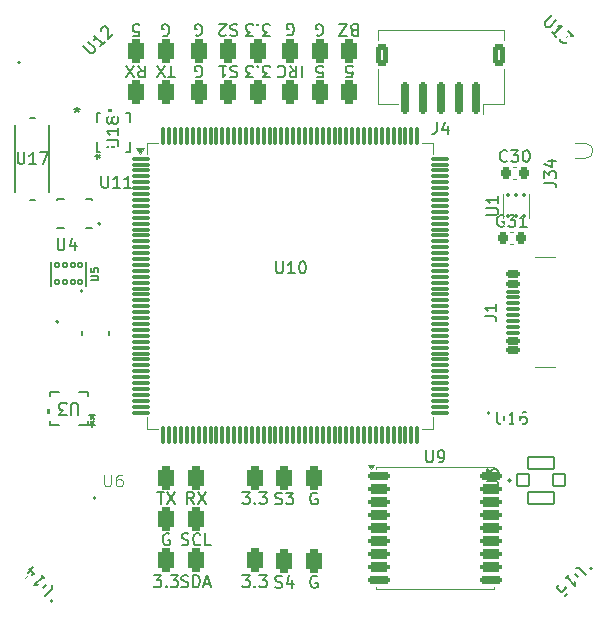
<source format=gto>
%TF.GenerationSoftware,KiCad,Pcbnew,9.0.1-9.0.1-0~ubuntu24.04.1*%
%TF.CreationDate,2025-06-01T23:52:21-05:00*%
%TF.ProjectId,FC,46432e6b-6963-4616-945f-706362585858,rev?*%
%TF.SameCoordinates,Original*%
%TF.FileFunction,Legend,Top*%
%TF.FilePolarity,Positive*%
%FSLAX46Y46*%
G04 Gerber Fmt 4.6, Leading zero omitted, Abs format (unit mm)*
G04 Created by KiCad (PCBNEW 9.0.1-9.0.1-0~ubuntu24.04.1) date 2025-06-01 23:52:21*
%MOMM*%
%LPD*%
G01*
G04 APERTURE LIST*
G04 Aperture macros list*
%AMRoundRect*
0 Rectangle with rounded corners*
0 $1 Rounding radius*
0 $2 $3 $4 $5 $6 $7 $8 $9 X,Y pos of 4 corners*
0 Add a 4 corners polygon primitive as box body*
4,1,4,$2,$3,$4,$5,$6,$7,$8,$9,$2,$3,0*
0 Add four circle primitives for the rounded corners*
1,1,$1+$1,$2,$3*
1,1,$1+$1,$4,$5*
1,1,$1+$1,$6,$7*
1,1,$1+$1,$8,$9*
0 Add four rect primitives between the rounded corners*
20,1,$1+$1,$2,$3,$4,$5,0*
20,1,$1+$1,$4,$5,$6,$7,0*
20,1,$1+$1,$6,$7,$8,$9,0*
20,1,$1+$1,$8,$9,$2,$3,0*%
%AMRotRect*
0 Rectangle, with rotation*
0 The origin of the aperture is its center*
0 $1 length*
0 $2 width*
0 $3 Rotation angle, in degrees counterclockwise*
0 Add horizontal line*
21,1,$1,$2,0,0,$3*%
G04 Aperture macros list end*
%ADD10C,0.150000*%
%ADD11C,0.120000*%
%ADD12C,0.000000*%
%ADD13C,0.152400*%
%ADD14C,0.127000*%
%ADD15C,0.160000*%
%ADD16C,0.200000*%
%ADD17C,0.100000*%
%ADD18C,0.010000*%
%ADD19O,1.800000X1.000000*%
%ADD20O,2.100000X1.000000*%
%ADD21RoundRect,0.075000X0.500000X-0.075000X0.500000X0.075000X-0.500000X0.075000X-0.500000X-0.075000X0*%
%ADD22RoundRect,0.150000X0.425000X-0.150000X0.425000X0.150000X-0.425000X0.150000X-0.425000X-0.150000X0*%
%ADD23C,0.650000*%
%ADD24R,0.254000X0.431800*%
%ADD25R,0.431800X0.254000*%
%ADD26RoundRect,0.350000X-0.350000X-0.650000X0.350000X-0.650000X0.350000X0.650000X-0.350000X0.650000X0*%
%ADD27RoundRect,0.102000X-0.175000X0.175000X-0.175000X-0.175000X0.175000X-0.175000X0.175000X0.175000X0*%
%ADD28RoundRect,0.102000X0.525000X-0.500000X0.525000X0.500000X-0.525000X0.500000X-0.525000X-0.500000X0*%
%ADD29RoundRect,0.102000X1.100000X-0.525000X1.100000X0.525000X-1.100000X0.525000X-1.100000X-0.525000X0*%
%ADD30RoundRect,0.075000X-0.675000X-0.075000X0.675000X-0.075000X0.675000X0.075000X-0.675000X0.075000X0*%
%ADD31RoundRect,0.075000X-0.075000X-0.675000X0.075000X-0.675000X0.075000X0.675000X-0.075000X0.675000X0*%
%ADD32RoundRect,0.175000X0.175000X1.175000X-0.175000X1.175000X-0.175000X-1.175000X0.175000X-1.175000X0*%
%ADD33RoundRect,0.250000X0.300000X0.700000X-0.300000X0.700000X-0.300000X-0.700000X0.300000X-0.700000X0*%
%ADD34RotRect,0.762000X0.508000X45.000000*%
%ADD35RoundRect,0.350000X0.350000X0.650000X-0.350000X0.650000X-0.350000X-0.650000X0.350000X-0.650000X0*%
%ADD36R,0.762000X0.508000*%
%ADD37RoundRect,0.225000X-0.225000X-0.250000X0.225000X-0.250000X0.225000X0.250000X-0.225000X0.250000X0*%
%ADD38RoundRect,0.175000X-0.725000X-0.175000X0.725000X-0.175000X0.725000X0.175000X-0.725000X0.175000X0*%
%ADD39RoundRect,0.200000X-0.700000X-0.200000X0.700000X-0.200000X0.700000X0.200000X-0.700000X0.200000X0*%
%ADD40R,1.016000X0.838200*%
%ADD41RoundRect,0.093750X0.106250X-0.093750X0.106250X0.093750X-0.106250X0.093750X-0.106250X-0.093750X0*%
%ADD42R,1.600000X1.000000*%
%ADD43RotRect,0.762000X0.508000X315.000000*%
%ADD44C,0.700000*%
%ADD45O,1.500000X0.800000*%
%ADD46RotRect,0.762000X0.508000X225.000000*%
%ADD47RotRect,0.762000X0.508000X135.000000*%
%ADD48R,2.209800X0.762000*%
%ADD49C,0.889000*%
%ADD50R,0.812800X0.990600*%
G04 APERTURE END LIST*
D10*
X172047618Y-54870180D02*
X171428571Y-54870180D01*
X171428571Y-54870180D02*
X171761904Y-54489228D01*
X171761904Y-54489228D02*
X171619047Y-54489228D01*
X171619047Y-54489228D02*
X171523809Y-54441609D01*
X171523809Y-54441609D02*
X171476190Y-54393990D01*
X171476190Y-54393990D02*
X171428571Y-54298752D01*
X171428571Y-54298752D02*
X171428571Y-54060657D01*
X171428571Y-54060657D02*
X171476190Y-53965419D01*
X171476190Y-53965419D02*
X171523809Y-53917800D01*
X171523809Y-53917800D02*
X171619047Y-53870180D01*
X171619047Y-53870180D02*
X171904761Y-53870180D01*
X171904761Y-53870180D02*
X171999999Y-53917800D01*
X171999999Y-53917800D02*
X172047618Y-53965419D01*
X170999999Y-53965419D02*
X170952380Y-53917800D01*
X170952380Y-53917800D02*
X170999999Y-53870180D01*
X170999999Y-53870180D02*
X171047618Y-53917800D01*
X171047618Y-53917800D02*
X170999999Y-53965419D01*
X170999999Y-53965419D02*
X170999999Y-53870180D01*
X170619047Y-54870180D02*
X170000000Y-54870180D01*
X170000000Y-54870180D02*
X170333333Y-54489228D01*
X170333333Y-54489228D02*
X170190476Y-54489228D01*
X170190476Y-54489228D02*
X170095238Y-54441609D01*
X170095238Y-54441609D02*
X170047619Y-54393990D01*
X170047619Y-54393990D02*
X170000000Y-54298752D01*
X170000000Y-54298752D02*
X170000000Y-54060657D01*
X170000000Y-54060657D02*
X170047619Y-53965419D01*
X170047619Y-53965419D02*
X170095238Y-53917800D01*
X170095238Y-53917800D02*
X170190476Y-53870180D01*
X170190476Y-53870180D02*
X170476190Y-53870180D01*
X170476190Y-53870180D02*
X170571428Y-53917800D01*
X170571428Y-53917800D02*
X170619047Y-53965419D01*
X165583333Y-90979819D02*
X165250000Y-90503628D01*
X165011905Y-90979819D02*
X165011905Y-89979819D01*
X165011905Y-89979819D02*
X165392857Y-89979819D01*
X165392857Y-89979819D02*
X165488095Y-90027438D01*
X165488095Y-90027438D02*
X165535714Y-90075057D01*
X165535714Y-90075057D02*
X165583333Y-90170295D01*
X165583333Y-90170295D02*
X165583333Y-90313152D01*
X165583333Y-90313152D02*
X165535714Y-90408390D01*
X165535714Y-90408390D02*
X165488095Y-90456009D01*
X165488095Y-90456009D02*
X165392857Y-90503628D01*
X165392857Y-90503628D02*
X165011905Y-90503628D01*
X165916667Y-89979819D02*
X166583333Y-90979819D01*
X166583333Y-89979819D02*
X165916667Y-90979819D01*
X169261904Y-53917800D02*
X169119047Y-53870180D01*
X169119047Y-53870180D02*
X168880952Y-53870180D01*
X168880952Y-53870180D02*
X168785714Y-53917800D01*
X168785714Y-53917800D02*
X168738095Y-53965419D01*
X168738095Y-53965419D02*
X168690476Y-54060657D01*
X168690476Y-54060657D02*
X168690476Y-54155895D01*
X168690476Y-54155895D02*
X168738095Y-54251133D01*
X168738095Y-54251133D02*
X168785714Y-54298752D01*
X168785714Y-54298752D02*
X168880952Y-54346371D01*
X168880952Y-54346371D02*
X169071428Y-54393990D01*
X169071428Y-54393990D02*
X169166666Y-54441609D01*
X169166666Y-54441609D02*
X169214285Y-54489228D01*
X169214285Y-54489228D02*
X169261904Y-54584466D01*
X169261904Y-54584466D02*
X169261904Y-54679704D01*
X169261904Y-54679704D02*
X169214285Y-54774942D01*
X169214285Y-54774942D02*
X169166666Y-54822561D01*
X169166666Y-54822561D02*
X169071428Y-54870180D01*
X169071428Y-54870180D02*
X168833333Y-54870180D01*
X168833333Y-54870180D02*
X168690476Y-54822561D01*
X167738095Y-53870180D02*
X168309523Y-53870180D01*
X168023809Y-53870180D02*
X168023809Y-54870180D01*
X168023809Y-54870180D02*
X168119047Y-54727323D01*
X168119047Y-54727323D02*
X168214285Y-54632085D01*
X168214285Y-54632085D02*
X168309523Y-54584466D01*
X178511904Y-54870180D02*
X178988094Y-54870180D01*
X178988094Y-54870180D02*
X179035713Y-54393990D01*
X179035713Y-54393990D02*
X178988094Y-54441609D01*
X178988094Y-54441609D02*
X178892856Y-54489228D01*
X178892856Y-54489228D02*
X178654761Y-54489228D01*
X178654761Y-54489228D02*
X178559523Y-54441609D01*
X178559523Y-54441609D02*
X178511904Y-54393990D01*
X178511904Y-54393990D02*
X178464285Y-54298752D01*
X178464285Y-54298752D02*
X178464285Y-54060657D01*
X178464285Y-54060657D02*
X178511904Y-53965419D01*
X178511904Y-53965419D02*
X178559523Y-53917800D01*
X178559523Y-53917800D02*
X178654761Y-53870180D01*
X178654761Y-53870180D02*
X178892856Y-53870180D01*
X178892856Y-53870180D02*
X178988094Y-53917800D01*
X178988094Y-53917800D02*
X179035713Y-53965419D01*
X162488095Y-89979819D02*
X163059523Y-89979819D01*
X162773809Y-90979819D02*
X162773809Y-89979819D01*
X163297619Y-89979819D02*
X163964285Y-90979819D01*
X163964285Y-89979819D02*
X163297619Y-90979819D01*
X162202381Y-97029819D02*
X162821428Y-97029819D01*
X162821428Y-97029819D02*
X162488095Y-97410771D01*
X162488095Y-97410771D02*
X162630952Y-97410771D01*
X162630952Y-97410771D02*
X162726190Y-97458390D01*
X162726190Y-97458390D02*
X162773809Y-97506009D01*
X162773809Y-97506009D02*
X162821428Y-97601247D01*
X162821428Y-97601247D02*
X162821428Y-97839342D01*
X162821428Y-97839342D02*
X162773809Y-97934580D01*
X162773809Y-97934580D02*
X162726190Y-97982200D01*
X162726190Y-97982200D02*
X162630952Y-98029819D01*
X162630952Y-98029819D02*
X162345238Y-98029819D01*
X162345238Y-98029819D02*
X162250000Y-97982200D01*
X162250000Y-97982200D02*
X162202381Y-97934580D01*
X163250000Y-97934580D02*
X163297619Y-97982200D01*
X163297619Y-97982200D02*
X163250000Y-98029819D01*
X163250000Y-98029819D02*
X163202381Y-97982200D01*
X163202381Y-97982200D02*
X163250000Y-97934580D01*
X163250000Y-97934580D02*
X163250000Y-98029819D01*
X163630952Y-97029819D02*
X164249999Y-97029819D01*
X164249999Y-97029819D02*
X163916666Y-97410771D01*
X163916666Y-97410771D02*
X164059523Y-97410771D01*
X164059523Y-97410771D02*
X164154761Y-97458390D01*
X164154761Y-97458390D02*
X164202380Y-97506009D01*
X164202380Y-97506009D02*
X164249999Y-97601247D01*
X164249999Y-97601247D02*
X164249999Y-97839342D01*
X164249999Y-97839342D02*
X164202380Y-97934580D01*
X164202380Y-97934580D02*
X164154761Y-97982200D01*
X164154761Y-97982200D02*
X164059523Y-98029819D01*
X164059523Y-98029819D02*
X163773809Y-98029819D01*
X163773809Y-98029819D02*
X163678571Y-97982200D01*
X163678571Y-97982200D02*
X163630952Y-97934580D01*
X172488095Y-98032200D02*
X172630952Y-98079819D01*
X172630952Y-98079819D02*
X172869047Y-98079819D01*
X172869047Y-98079819D02*
X172964285Y-98032200D01*
X172964285Y-98032200D02*
X173011904Y-97984580D01*
X173011904Y-97984580D02*
X173059523Y-97889342D01*
X173059523Y-97889342D02*
X173059523Y-97794104D01*
X173059523Y-97794104D02*
X173011904Y-97698866D01*
X173011904Y-97698866D02*
X172964285Y-97651247D01*
X172964285Y-97651247D02*
X172869047Y-97603628D01*
X172869047Y-97603628D02*
X172678571Y-97556009D01*
X172678571Y-97556009D02*
X172583333Y-97508390D01*
X172583333Y-97508390D02*
X172535714Y-97460771D01*
X172535714Y-97460771D02*
X172488095Y-97365533D01*
X172488095Y-97365533D02*
X172488095Y-97270295D01*
X172488095Y-97270295D02*
X172535714Y-97175057D01*
X172535714Y-97175057D02*
X172583333Y-97127438D01*
X172583333Y-97127438D02*
X172678571Y-97079819D01*
X172678571Y-97079819D02*
X172916666Y-97079819D01*
X172916666Y-97079819D02*
X173059523Y-97127438D01*
X173916666Y-97413152D02*
X173916666Y-98079819D01*
X173678571Y-97032200D02*
X173440476Y-97746485D01*
X173440476Y-97746485D02*
X174059523Y-97746485D01*
X163511904Y-93527438D02*
X163416666Y-93479819D01*
X163416666Y-93479819D02*
X163273809Y-93479819D01*
X163273809Y-93479819D02*
X163130952Y-93527438D01*
X163130952Y-93527438D02*
X163035714Y-93622676D01*
X163035714Y-93622676D02*
X162988095Y-93717914D01*
X162988095Y-93717914D02*
X162940476Y-93908390D01*
X162940476Y-93908390D02*
X162940476Y-94051247D01*
X162940476Y-94051247D02*
X162988095Y-94241723D01*
X162988095Y-94241723D02*
X163035714Y-94336961D01*
X163035714Y-94336961D02*
X163130952Y-94432200D01*
X163130952Y-94432200D02*
X163273809Y-94479819D01*
X163273809Y-94479819D02*
X163369047Y-94479819D01*
X163369047Y-94479819D02*
X163511904Y-94432200D01*
X163511904Y-94432200D02*
X163559523Y-94384580D01*
X163559523Y-94384580D02*
X163559523Y-94051247D01*
X163559523Y-94051247D02*
X163369047Y-94051247D01*
X174749999Y-53870180D02*
X174749999Y-54870180D01*
X173702381Y-53870180D02*
X174035714Y-54346371D01*
X174273809Y-53870180D02*
X174273809Y-54870180D01*
X174273809Y-54870180D02*
X173892857Y-54870180D01*
X173892857Y-54870180D02*
X173797619Y-54822561D01*
X173797619Y-54822561D02*
X173750000Y-54774942D01*
X173750000Y-54774942D02*
X173702381Y-54679704D01*
X173702381Y-54679704D02*
X173702381Y-54536847D01*
X173702381Y-54536847D02*
X173750000Y-54441609D01*
X173750000Y-54441609D02*
X173797619Y-54393990D01*
X173797619Y-54393990D02*
X173892857Y-54346371D01*
X173892857Y-54346371D02*
X174273809Y-54346371D01*
X172702381Y-53965419D02*
X172750000Y-53917800D01*
X172750000Y-53917800D02*
X172892857Y-53870180D01*
X172892857Y-53870180D02*
X172988095Y-53870180D01*
X172988095Y-53870180D02*
X173130952Y-53917800D01*
X173130952Y-53917800D02*
X173226190Y-54013038D01*
X173226190Y-54013038D02*
X173273809Y-54108276D01*
X173273809Y-54108276D02*
X173321428Y-54298752D01*
X173321428Y-54298752D02*
X173321428Y-54441609D01*
X173321428Y-54441609D02*
X173273809Y-54632085D01*
X173273809Y-54632085D02*
X173226190Y-54727323D01*
X173226190Y-54727323D02*
X173130952Y-54822561D01*
X173130952Y-54822561D02*
X172988095Y-54870180D01*
X172988095Y-54870180D02*
X172892857Y-54870180D01*
X172892857Y-54870180D02*
X172750000Y-54822561D01*
X172750000Y-54822561D02*
X172702381Y-54774942D01*
X165738095Y-54822561D02*
X165833333Y-54870180D01*
X165833333Y-54870180D02*
X165976190Y-54870180D01*
X165976190Y-54870180D02*
X166119047Y-54822561D01*
X166119047Y-54822561D02*
X166214285Y-54727323D01*
X166214285Y-54727323D02*
X166261904Y-54632085D01*
X166261904Y-54632085D02*
X166309523Y-54441609D01*
X166309523Y-54441609D02*
X166309523Y-54298752D01*
X166309523Y-54298752D02*
X166261904Y-54108276D01*
X166261904Y-54108276D02*
X166214285Y-54013038D01*
X166214285Y-54013038D02*
X166119047Y-53917800D01*
X166119047Y-53917800D02*
X165976190Y-53870180D01*
X165976190Y-53870180D02*
X165880952Y-53870180D01*
X165880952Y-53870180D02*
X165738095Y-53917800D01*
X165738095Y-53917800D02*
X165690476Y-53965419D01*
X165690476Y-53965419D02*
X165690476Y-54298752D01*
X165690476Y-54298752D02*
X165880952Y-54298752D01*
X176011904Y-54870180D02*
X176488094Y-54870180D01*
X176488094Y-54870180D02*
X176535713Y-54393990D01*
X176535713Y-54393990D02*
X176488094Y-54441609D01*
X176488094Y-54441609D02*
X176392856Y-54489228D01*
X176392856Y-54489228D02*
X176154761Y-54489228D01*
X176154761Y-54489228D02*
X176059523Y-54441609D01*
X176059523Y-54441609D02*
X176011904Y-54393990D01*
X176011904Y-54393990D02*
X175964285Y-54298752D01*
X175964285Y-54298752D02*
X175964285Y-54060657D01*
X175964285Y-54060657D02*
X176011904Y-53965419D01*
X176011904Y-53965419D02*
X176059523Y-53917800D01*
X176059523Y-53917800D02*
X176154761Y-53870180D01*
X176154761Y-53870180D02*
X176392856Y-53870180D01*
X176392856Y-53870180D02*
X176488094Y-53917800D01*
X176488094Y-53917800D02*
X176535713Y-53965419D01*
X176011904Y-97127438D02*
X175916666Y-97079819D01*
X175916666Y-97079819D02*
X175773809Y-97079819D01*
X175773809Y-97079819D02*
X175630952Y-97127438D01*
X175630952Y-97127438D02*
X175535714Y-97222676D01*
X175535714Y-97222676D02*
X175488095Y-97317914D01*
X175488095Y-97317914D02*
X175440476Y-97508390D01*
X175440476Y-97508390D02*
X175440476Y-97651247D01*
X175440476Y-97651247D02*
X175488095Y-97841723D01*
X175488095Y-97841723D02*
X175535714Y-97936961D01*
X175535714Y-97936961D02*
X175630952Y-98032200D01*
X175630952Y-98032200D02*
X175773809Y-98079819D01*
X175773809Y-98079819D02*
X175869047Y-98079819D01*
X175869047Y-98079819D02*
X176011904Y-98032200D01*
X176011904Y-98032200D02*
X176059523Y-97984580D01*
X176059523Y-97984580D02*
X176059523Y-97651247D01*
X176059523Y-97651247D02*
X175869047Y-97651247D01*
X164535714Y-97982200D02*
X164678571Y-98029819D01*
X164678571Y-98029819D02*
X164916666Y-98029819D01*
X164916666Y-98029819D02*
X165011904Y-97982200D01*
X165011904Y-97982200D02*
X165059523Y-97934580D01*
X165059523Y-97934580D02*
X165107142Y-97839342D01*
X165107142Y-97839342D02*
X165107142Y-97744104D01*
X165107142Y-97744104D02*
X165059523Y-97648866D01*
X165059523Y-97648866D02*
X165011904Y-97601247D01*
X165011904Y-97601247D02*
X164916666Y-97553628D01*
X164916666Y-97553628D02*
X164726190Y-97506009D01*
X164726190Y-97506009D02*
X164630952Y-97458390D01*
X164630952Y-97458390D02*
X164583333Y-97410771D01*
X164583333Y-97410771D02*
X164535714Y-97315533D01*
X164535714Y-97315533D02*
X164535714Y-97220295D01*
X164535714Y-97220295D02*
X164583333Y-97125057D01*
X164583333Y-97125057D02*
X164630952Y-97077438D01*
X164630952Y-97077438D02*
X164726190Y-97029819D01*
X164726190Y-97029819D02*
X164964285Y-97029819D01*
X164964285Y-97029819D02*
X165107142Y-97077438D01*
X165535714Y-98029819D02*
X165535714Y-97029819D01*
X165535714Y-97029819D02*
X165773809Y-97029819D01*
X165773809Y-97029819D02*
X165916666Y-97077438D01*
X165916666Y-97077438D02*
X166011904Y-97172676D01*
X166011904Y-97172676D02*
X166059523Y-97267914D01*
X166059523Y-97267914D02*
X166107142Y-97458390D01*
X166107142Y-97458390D02*
X166107142Y-97601247D01*
X166107142Y-97601247D02*
X166059523Y-97791723D01*
X166059523Y-97791723D02*
X166011904Y-97886961D01*
X166011904Y-97886961D02*
X165916666Y-97982200D01*
X165916666Y-97982200D02*
X165773809Y-98029819D01*
X165773809Y-98029819D02*
X165535714Y-98029819D01*
X166488095Y-97744104D02*
X166964285Y-97744104D01*
X166392857Y-98029819D02*
X166726190Y-97029819D01*
X166726190Y-97029819D02*
X167059523Y-98029819D01*
X163961904Y-54870180D02*
X163390476Y-54870180D01*
X163676190Y-53870180D02*
X163676190Y-54870180D01*
X163152380Y-54870180D02*
X162485714Y-53870180D01*
X162485714Y-54870180D02*
X163152380Y-53870180D01*
X172488095Y-90982200D02*
X172630952Y-91029819D01*
X172630952Y-91029819D02*
X172869047Y-91029819D01*
X172869047Y-91029819D02*
X172964285Y-90982200D01*
X172964285Y-90982200D02*
X173011904Y-90934580D01*
X173011904Y-90934580D02*
X173059523Y-90839342D01*
X173059523Y-90839342D02*
X173059523Y-90744104D01*
X173059523Y-90744104D02*
X173011904Y-90648866D01*
X173011904Y-90648866D02*
X172964285Y-90601247D01*
X172964285Y-90601247D02*
X172869047Y-90553628D01*
X172869047Y-90553628D02*
X172678571Y-90506009D01*
X172678571Y-90506009D02*
X172583333Y-90458390D01*
X172583333Y-90458390D02*
X172535714Y-90410771D01*
X172535714Y-90410771D02*
X172488095Y-90315533D01*
X172488095Y-90315533D02*
X172488095Y-90220295D01*
X172488095Y-90220295D02*
X172535714Y-90125057D01*
X172535714Y-90125057D02*
X172583333Y-90077438D01*
X172583333Y-90077438D02*
X172678571Y-90029819D01*
X172678571Y-90029819D02*
X172916666Y-90029819D01*
X172916666Y-90029819D02*
X173059523Y-90077438D01*
X173392857Y-90029819D02*
X174011904Y-90029819D01*
X174011904Y-90029819D02*
X173678571Y-90410771D01*
X173678571Y-90410771D02*
X173821428Y-90410771D01*
X173821428Y-90410771D02*
X173916666Y-90458390D01*
X173916666Y-90458390D02*
X173964285Y-90506009D01*
X173964285Y-90506009D02*
X174011904Y-90601247D01*
X174011904Y-90601247D02*
X174011904Y-90839342D01*
X174011904Y-90839342D02*
X173964285Y-90934580D01*
X173964285Y-90934580D02*
X173916666Y-90982200D01*
X173916666Y-90982200D02*
X173821428Y-91029819D01*
X173821428Y-91029819D02*
X173535714Y-91029819D01*
X173535714Y-91029819D02*
X173440476Y-90982200D01*
X173440476Y-90982200D02*
X173392857Y-90934580D01*
X172047618Y-51370180D02*
X171428571Y-51370180D01*
X171428571Y-51370180D02*
X171761904Y-50989228D01*
X171761904Y-50989228D02*
X171619047Y-50989228D01*
X171619047Y-50989228D02*
X171523809Y-50941609D01*
X171523809Y-50941609D02*
X171476190Y-50893990D01*
X171476190Y-50893990D02*
X171428571Y-50798752D01*
X171428571Y-50798752D02*
X171428571Y-50560657D01*
X171428571Y-50560657D02*
X171476190Y-50465419D01*
X171476190Y-50465419D02*
X171523809Y-50417800D01*
X171523809Y-50417800D02*
X171619047Y-50370180D01*
X171619047Y-50370180D02*
X171904761Y-50370180D01*
X171904761Y-50370180D02*
X171999999Y-50417800D01*
X171999999Y-50417800D02*
X172047618Y-50465419D01*
X170999999Y-50465419D02*
X170952380Y-50417800D01*
X170952380Y-50417800D02*
X170999999Y-50370180D01*
X170999999Y-50370180D02*
X171047618Y-50417800D01*
X171047618Y-50417800D02*
X170999999Y-50465419D01*
X170999999Y-50465419D02*
X170999999Y-50370180D01*
X170619047Y-51370180D02*
X170000000Y-51370180D01*
X170000000Y-51370180D02*
X170333333Y-50989228D01*
X170333333Y-50989228D02*
X170190476Y-50989228D01*
X170190476Y-50989228D02*
X170095238Y-50941609D01*
X170095238Y-50941609D02*
X170047619Y-50893990D01*
X170047619Y-50893990D02*
X170000000Y-50798752D01*
X170000000Y-50798752D02*
X170000000Y-50560657D01*
X170000000Y-50560657D02*
X170047619Y-50465419D01*
X170047619Y-50465419D02*
X170095238Y-50417800D01*
X170095238Y-50417800D02*
X170190476Y-50370180D01*
X170190476Y-50370180D02*
X170476190Y-50370180D01*
X170476190Y-50370180D02*
X170571428Y-50417800D01*
X170571428Y-50417800D02*
X170619047Y-50465419D01*
X165738095Y-51322561D02*
X165833333Y-51370180D01*
X165833333Y-51370180D02*
X165976190Y-51370180D01*
X165976190Y-51370180D02*
X166119047Y-51322561D01*
X166119047Y-51322561D02*
X166214285Y-51227323D01*
X166214285Y-51227323D02*
X166261904Y-51132085D01*
X166261904Y-51132085D02*
X166309523Y-50941609D01*
X166309523Y-50941609D02*
X166309523Y-50798752D01*
X166309523Y-50798752D02*
X166261904Y-50608276D01*
X166261904Y-50608276D02*
X166214285Y-50513038D01*
X166214285Y-50513038D02*
X166119047Y-50417800D01*
X166119047Y-50417800D02*
X165976190Y-50370180D01*
X165976190Y-50370180D02*
X165880952Y-50370180D01*
X165880952Y-50370180D02*
X165738095Y-50417800D01*
X165738095Y-50417800D02*
X165690476Y-50465419D01*
X165690476Y-50465419D02*
X165690476Y-50798752D01*
X165690476Y-50798752D02*
X165880952Y-50798752D01*
X160461904Y-51380180D02*
X160938094Y-51380180D01*
X160938094Y-51380180D02*
X160985713Y-50903990D01*
X160985713Y-50903990D02*
X160938094Y-50951609D01*
X160938094Y-50951609D02*
X160842856Y-50999228D01*
X160842856Y-50999228D02*
X160604761Y-50999228D01*
X160604761Y-50999228D02*
X160509523Y-50951609D01*
X160509523Y-50951609D02*
X160461904Y-50903990D01*
X160461904Y-50903990D02*
X160414285Y-50808752D01*
X160414285Y-50808752D02*
X160414285Y-50570657D01*
X160414285Y-50570657D02*
X160461904Y-50475419D01*
X160461904Y-50475419D02*
X160509523Y-50427800D01*
X160509523Y-50427800D02*
X160604761Y-50380180D01*
X160604761Y-50380180D02*
X160842856Y-50380180D01*
X160842856Y-50380180D02*
X160938094Y-50427800D01*
X160938094Y-50427800D02*
X160985713Y-50475419D01*
X179154761Y-50893990D02*
X179011904Y-50846371D01*
X179011904Y-50846371D02*
X178964285Y-50798752D01*
X178964285Y-50798752D02*
X178916666Y-50703514D01*
X178916666Y-50703514D02*
X178916666Y-50560657D01*
X178916666Y-50560657D02*
X178964285Y-50465419D01*
X178964285Y-50465419D02*
X179011904Y-50417800D01*
X179011904Y-50417800D02*
X179107142Y-50370180D01*
X179107142Y-50370180D02*
X179488094Y-50370180D01*
X179488094Y-50370180D02*
X179488094Y-51370180D01*
X179488094Y-51370180D02*
X179154761Y-51370180D01*
X179154761Y-51370180D02*
X179059523Y-51322561D01*
X179059523Y-51322561D02*
X179011904Y-51274942D01*
X179011904Y-51274942D02*
X178964285Y-51179704D01*
X178964285Y-51179704D02*
X178964285Y-51084466D01*
X178964285Y-51084466D02*
X179011904Y-50989228D01*
X179011904Y-50989228D02*
X179059523Y-50941609D01*
X179059523Y-50941609D02*
X179154761Y-50893990D01*
X179154761Y-50893990D02*
X179488094Y-50893990D01*
X178583332Y-51370180D02*
X177916666Y-51370180D01*
X177916666Y-51370180D02*
X178583332Y-50370180D01*
X178583332Y-50370180D02*
X177916666Y-50370180D01*
X176011904Y-90077438D02*
X175916666Y-90029819D01*
X175916666Y-90029819D02*
X175773809Y-90029819D01*
X175773809Y-90029819D02*
X175630952Y-90077438D01*
X175630952Y-90077438D02*
X175535714Y-90172676D01*
X175535714Y-90172676D02*
X175488095Y-90267914D01*
X175488095Y-90267914D02*
X175440476Y-90458390D01*
X175440476Y-90458390D02*
X175440476Y-90601247D01*
X175440476Y-90601247D02*
X175488095Y-90791723D01*
X175488095Y-90791723D02*
X175535714Y-90886961D01*
X175535714Y-90886961D02*
X175630952Y-90982200D01*
X175630952Y-90982200D02*
X175773809Y-91029819D01*
X175773809Y-91029819D02*
X175869047Y-91029819D01*
X175869047Y-91029819D02*
X176011904Y-90982200D01*
X176011904Y-90982200D02*
X176059523Y-90934580D01*
X176059523Y-90934580D02*
X176059523Y-90601247D01*
X176059523Y-90601247D02*
X175869047Y-90601247D01*
X162938095Y-51332561D02*
X163033333Y-51380180D01*
X163033333Y-51380180D02*
X163176190Y-51380180D01*
X163176190Y-51380180D02*
X163319047Y-51332561D01*
X163319047Y-51332561D02*
X163414285Y-51237323D01*
X163414285Y-51237323D02*
X163461904Y-51142085D01*
X163461904Y-51142085D02*
X163509523Y-50951609D01*
X163509523Y-50951609D02*
X163509523Y-50808752D01*
X163509523Y-50808752D02*
X163461904Y-50618276D01*
X163461904Y-50618276D02*
X163414285Y-50523038D01*
X163414285Y-50523038D02*
X163319047Y-50427800D01*
X163319047Y-50427800D02*
X163176190Y-50380180D01*
X163176190Y-50380180D02*
X163080952Y-50380180D01*
X163080952Y-50380180D02*
X162938095Y-50427800D01*
X162938095Y-50427800D02*
X162890476Y-50475419D01*
X162890476Y-50475419D02*
X162890476Y-50808752D01*
X162890476Y-50808752D02*
X163080952Y-50808752D01*
X164559524Y-94432200D02*
X164702381Y-94479819D01*
X164702381Y-94479819D02*
X164940476Y-94479819D01*
X164940476Y-94479819D02*
X165035714Y-94432200D01*
X165035714Y-94432200D02*
X165083333Y-94384580D01*
X165083333Y-94384580D02*
X165130952Y-94289342D01*
X165130952Y-94289342D02*
X165130952Y-94194104D01*
X165130952Y-94194104D02*
X165083333Y-94098866D01*
X165083333Y-94098866D02*
X165035714Y-94051247D01*
X165035714Y-94051247D02*
X164940476Y-94003628D01*
X164940476Y-94003628D02*
X164750000Y-93956009D01*
X164750000Y-93956009D02*
X164654762Y-93908390D01*
X164654762Y-93908390D02*
X164607143Y-93860771D01*
X164607143Y-93860771D02*
X164559524Y-93765533D01*
X164559524Y-93765533D02*
X164559524Y-93670295D01*
X164559524Y-93670295D02*
X164607143Y-93575057D01*
X164607143Y-93575057D02*
X164654762Y-93527438D01*
X164654762Y-93527438D02*
X164750000Y-93479819D01*
X164750000Y-93479819D02*
X164988095Y-93479819D01*
X164988095Y-93479819D02*
X165130952Y-93527438D01*
X166130952Y-94384580D02*
X166083333Y-94432200D01*
X166083333Y-94432200D02*
X165940476Y-94479819D01*
X165940476Y-94479819D02*
X165845238Y-94479819D01*
X165845238Y-94479819D02*
X165702381Y-94432200D01*
X165702381Y-94432200D02*
X165607143Y-94336961D01*
X165607143Y-94336961D02*
X165559524Y-94241723D01*
X165559524Y-94241723D02*
X165511905Y-94051247D01*
X165511905Y-94051247D02*
X165511905Y-93908390D01*
X165511905Y-93908390D02*
X165559524Y-93717914D01*
X165559524Y-93717914D02*
X165607143Y-93622676D01*
X165607143Y-93622676D02*
X165702381Y-93527438D01*
X165702381Y-93527438D02*
X165845238Y-93479819D01*
X165845238Y-93479819D02*
X165940476Y-93479819D01*
X165940476Y-93479819D02*
X166083333Y-93527438D01*
X166083333Y-93527438D02*
X166130952Y-93575057D01*
X167035714Y-94479819D02*
X166559524Y-94479819D01*
X166559524Y-94479819D02*
X166559524Y-93479819D01*
X169702381Y-89979819D02*
X170321428Y-89979819D01*
X170321428Y-89979819D02*
X169988095Y-90360771D01*
X169988095Y-90360771D02*
X170130952Y-90360771D01*
X170130952Y-90360771D02*
X170226190Y-90408390D01*
X170226190Y-90408390D02*
X170273809Y-90456009D01*
X170273809Y-90456009D02*
X170321428Y-90551247D01*
X170321428Y-90551247D02*
X170321428Y-90789342D01*
X170321428Y-90789342D02*
X170273809Y-90884580D01*
X170273809Y-90884580D02*
X170226190Y-90932200D01*
X170226190Y-90932200D02*
X170130952Y-90979819D01*
X170130952Y-90979819D02*
X169845238Y-90979819D01*
X169845238Y-90979819D02*
X169750000Y-90932200D01*
X169750000Y-90932200D02*
X169702381Y-90884580D01*
X170750000Y-90884580D02*
X170797619Y-90932200D01*
X170797619Y-90932200D02*
X170750000Y-90979819D01*
X170750000Y-90979819D02*
X170702381Y-90932200D01*
X170702381Y-90932200D02*
X170750000Y-90884580D01*
X170750000Y-90884580D02*
X170750000Y-90979819D01*
X171130952Y-89979819D02*
X171749999Y-89979819D01*
X171749999Y-89979819D02*
X171416666Y-90360771D01*
X171416666Y-90360771D02*
X171559523Y-90360771D01*
X171559523Y-90360771D02*
X171654761Y-90408390D01*
X171654761Y-90408390D02*
X171702380Y-90456009D01*
X171702380Y-90456009D02*
X171749999Y-90551247D01*
X171749999Y-90551247D02*
X171749999Y-90789342D01*
X171749999Y-90789342D02*
X171702380Y-90884580D01*
X171702380Y-90884580D02*
X171654761Y-90932200D01*
X171654761Y-90932200D02*
X171559523Y-90979819D01*
X171559523Y-90979819D02*
X171273809Y-90979819D01*
X171273809Y-90979819D02*
X171178571Y-90932200D01*
X171178571Y-90932200D02*
X171130952Y-90884580D01*
X175988095Y-51322561D02*
X176083333Y-51370180D01*
X176083333Y-51370180D02*
X176226190Y-51370180D01*
X176226190Y-51370180D02*
X176369047Y-51322561D01*
X176369047Y-51322561D02*
X176464285Y-51227323D01*
X176464285Y-51227323D02*
X176511904Y-51132085D01*
X176511904Y-51132085D02*
X176559523Y-50941609D01*
X176559523Y-50941609D02*
X176559523Y-50798752D01*
X176559523Y-50798752D02*
X176511904Y-50608276D01*
X176511904Y-50608276D02*
X176464285Y-50513038D01*
X176464285Y-50513038D02*
X176369047Y-50417800D01*
X176369047Y-50417800D02*
X176226190Y-50370180D01*
X176226190Y-50370180D02*
X176130952Y-50370180D01*
X176130952Y-50370180D02*
X175988095Y-50417800D01*
X175988095Y-50417800D02*
X175940476Y-50465419D01*
X175940476Y-50465419D02*
X175940476Y-50798752D01*
X175940476Y-50798752D02*
X176130952Y-50798752D01*
X169261904Y-50417800D02*
X169119047Y-50370180D01*
X169119047Y-50370180D02*
X168880952Y-50370180D01*
X168880952Y-50370180D02*
X168785714Y-50417800D01*
X168785714Y-50417800D02*
X168738095Y-50465419D01*
X168738095Y-50465419D02*
X168690476Y-50560657D01*
X168690476Y-50560657D02*
X168690476Y-50655895D01*
X168690476Y-50655895D02*
X168738095Y-50751133D01*
X168738095Y-50751133D02*
X168785714Y-50798752D01*
X168785714Y-50798752D02*
X168880952Y-50846371D01*
X168880952Y-50846371D02*
X169071428Y-50893990D01*
X169071428Y-50893990D02*
X169166666Y-50941609D01*
X169166666Y-50941609D02*
X169214285Y-50989228D01*
X169214285Y-50989228D02*
X169261904Y-51084466D01*
X169261904Y-51084466D02*
X169261904Y-51179704D01*
X169261904Y-51179704D02*
X169214285Y-51274942D01*
X169214285Y-51274942D02*
X169166666Y-51322561D01*
X169166666Y-51322561D02*
X169071428Y-51370180D01*
X169071428Y-51370180D02*
X168833333Y-51370180D01*
X168833333Y-51370180D02*
X168690476Y-51322561D01*
X168309523Y-51274942D02*
X168261904Y-51322561D01*
X168261904Y-51322561D02*
X168166666Y-51370180D01*
X168166666Y-51370180D02*
X167928571Y-51370180D01*
X167928571Y-51370180D02*
X167833333Y-51322561D01*
X167833333Y-51322561D02*
X167785714Y-51274942D01*
X167785714Y-51274942D02*
X167738095Y-51179704D01*
X167738095Y-51179704D02*
X167738095Y-51084466D01*
X167738095Y-51084466D02*
X167785714Y-50941609D01*
X167785714Y-50941609D02*
X168357142Y-50370180D01*
X168357142Y-50370180D02*
X167738095Y-50370180D01*
X173488095Y-51272561D02*
X173583333Y-51320180D01*
X173583333Y-51320180D02*
X173726190Y-51320180D01*
X173726190Y-51320180D02*
X173869047Y-51272561D01*
X173869047Y-51272561D02*
X173964285Y-51177323D01*
X173964285Y-51177323D02*
X174011904Y-51082085D01*
X174011904Y-51082085D02*
X174059523Y-50891609D01*
X174059523Y-50891609D02*
X174059523Y-50748752D01*
X174059523Y-50748752D02*
X174011904Y-50558276D01*
X174011904Y-50558276D02*
X173964285Y-50463038D01*
X173964285Y-50463038D02*
X173869047Y-50367800D01*
X173869047Y-50367800D02*
X173726190Y-50320180D01*
X173726190Y-50320180D02*
X173630952Y-50320180D01*
X173630952Y-50320180D02*
X173488095Y-50367800D01*
X173488095Y-50367800D02*
X173440476Y-50415419D01*
X173440476Y-50415419D02*
X173440476Y-50748752D01*
X173440476Y-50748752D02*
X173630952Y-50748752D01*
X169702381Y-97029819D02*
X170321428Y-97029819D01*
X170321428Y-97029819D02*
X169988095Y-97410771D01*
X169988095Y-97410771D02*
X170130952Y-97410771D01*
X170130952Y-97410771D02*
X170226190Y-97458390D01*
X170226190Y-97458390D02*
X170273809Y-97506009D01*
X170273809Y-97506009D02*
X170321428Y-97601247D01*
X170321428Y-97601247D02*
X170321428Y-97839342D01*
X170321428Y-97839342D02*
X170273809Y-97934580D01*
X170273809Y-97934580D02*
X170226190Y-97982200D01*
X170226190Y-97982200D02*
X170130952Y-98029819D01*
X170130952Y-98029819D02*
X169845238Y-98029819D01*
X169845238Y-98029819D02*
X169750000Y-97982200D01*
X169750000Y-97982200D02*
X169702381Y-97934580D01*
X170750000Y-97934580D02*
X170797619Y-97982200D01*
X170797619Y-97982200D02*
X170750000Y-98029819D01*
X170750000Y-98029819D02*
X170702381Y-97982200D01*
X170702381Y-97982200D02*
X170750000Y-97934580D01*
X170750000Y-97934580D02*
X170750000Y-98029819D01*
X171130952Y-97029819D02*
X171749999Y-97029819D01*
X171749999Y-97029819D02*
X171416666Y-97410771D01*
X171416666Y-97410771D02*
X171559523Y-97410771D01*
X171559523Y-97410771D02*
X171654761Y-97458390D01*
X171654761Y-97458390D02*
X171702380Y-97506009D01*
X171702380Y-97506009D02*
X171749999Y-97601247D01*
X171749999Y-97601247D02*
X171749999Y-97839342D01*
X171749999Y-97839342D02*
X171702380Y-97934580D01*
X171702380Y-97934580D02*
X171654761Y-97982200D01*
X171654761Y-97982200D02*
X171559523Y-98029819D01*
X171559523Y-98029819D02*
X171273809Y-98029819D01*
X171273809Y-98029819D02*
X171178571Y-97982200D01*
X171178571Y-97982200D02*
X171130952Y-97934580D01*
X160866666Y-53870180D02*
X161199999Y-54346371D01*
X161438094Y-53870180D02*
X161438094Y-54870180D01*
X161438094Y-54870180D02*
X161057142Y-54870180D01*
X161057142Y-54870180D02*
X160961904Y-54822561D01*
X160961904Y-54822561D02*
X160914285Y-54774942D01*
X160914285Y-54774942D02*
X160866666Y-54679704D01*
X160866666Y-54679704D02*
X160866666Y-54536847D01*
X160866666Y-54536847D02*
X160914285Y-54441609D01*
X160914285Y-54441609D02*
X160961904Y-54393990D01*
X160961904Y-54393990D02*
X161057142Y-54346371D01*
X161057142Y-54346371D02*
X161438094Y-54346371D01*
X160533332Y-54870180D02*
X159866666Y-53870180D01*
X159866666Y-54870180D02*
X160533332Y-53870180D01*
X190204819Y-75083333D02*
X190919104Y-75083333D01*
X190919104Y-75083333D02*
X191061961Y-75130952D01*
X191061961Y-75130952D02*
X191157200Y-75226190D01*
X191157200Y-75226190D02*
X191204819Y-75369047D01*
X191204819Y-75369047D02*
X191204819Y-75464285D01*
X191204819Y-74083333D02*
X191204819Y-74654761D01*
X191204819Y-74369047D02*
X190204819Y-74369047D01*
X190204819Y-74369047D02*
X190347676Y-74464285D01*
X190347676Y-74464285D02*
X190442914Y-74559523D01*
X190442914Y-74559523D02*
X190490533Y-74654761D01*
X158204819Y-60738094D02*
X159014342Y-60738094D01*
X159014342Y-60738094D02*
X159109580Y-60690475D01*
X159109580Y-60690475D02*
X159157200Y-60642856D01*
X159157200Y-60642856D02*
X159204819Y-60547618D01*
X159204819Y-60547618D02*
X159204819Y-60357142D01*
X159204819Y-60357142D02*
X159157200Y-60261904D01*
X159157200Y-60261904D02*
X159109580Y-60214285D01*
X159109580Y-60214285D02*
X159014342Y-60166666D01*
X159014342Y-60166666D02*
X158204819Y-60166666D01*
X159204819Y-59166666D02*
X159204819Y-59738094D01*
X159204819Y-59452380D02*
X158204819Y-59452380D01*
X158204819Y-59452380D02*
X158347676Y-59547618D01*
X158347676Y-59547618D02*
X158442914Y-59642856D01*
X158442914Y-59642856D02*
X158490533Y-59738094D01*
X158633390Y-58595237D02*
X158585771Y-58690475D01*
X158585771Y-58690475D02*
X158538152Y-58738094D01*
X158538152Y-58738094D02*
X158442914Y-58785713D01*
X158442914Y-58785713D02*
X158395295Y-58785713D01*
X158395295Y-58785713D02*
X158300057Y-58738094D01*
X158300057Y-58738094D02*
X158252438Y-58690475D01*
X158252438Y-58690475D02*
X158204819Y-58595237D01*
X158204819Y-58595237D02*
X158204819Y-58404761D01*
X158204819Y-58404761D02*
X158252438Y-58309523D01*
X158252438Y-58309523D02*
X158300057Y-58261904D01*
X158300057Y-58261904D02*
X158395295Y-58214285D01*
X158395295Y-58214285D02*
X158442914Y-58214285D01*
X158442914Y-58214285D02*
X158538152Y-58261904D01*
X158538152Y-58261904D02*
X158585771Y-58309523D01*
X158585771Y-58309523D02*
X158633390Y-58404761D01*
X158633390Y-58404761D02*
X158633390Y-58595237D01*
X158633390Y-58595237D02*
X158681009Y-58690475D01*
X158681009Y-58690475D02*
X158728628Y-58738094D01*
X158728628Y-58738094D02*
X158823866Y-58785713D01*
X158823866Y-58785713D02*
X159014342Y-58785713D01*
X159014342Y-58785713D02*
X159109580Y-58738094D01*
X159109580Y-58738094D02*
X159157200Y-58690475D01*
X159157200Y-58690475D02*
X159204819Y-58595237D01*
X159204819Y-58595237D02*
X159204819Y-58404761D01*
X159204819Y-58404761D02*
X159157200Y-58309523D01*
X159157200Y-58309523D02*
X159109580Y-58261904D01*
X159109580Y-58261904D02*
X159014342Y-58214285D01*
X159014342Y-58214285D02*
X158823866Y-58214285D01*
X158823866Y-58214285D02*
X158728628Y-58261904D01*
X158728628Y-58261904D02*
X158681009Y-58309523D01*
X158681009Y-58309523D02*
X158633390Y-58404761D01*
X157204819Y-61557399D02*
X157442914Y-61557399D01*
X157347676Y-61795494D02*
X157442914Y-61557399D01*
X157442914Y-61557399D02*
X157347676Y-61319304D01*
X157633390Y-61700256D02*
X157442914Y-61557399D01*
X157442914Y-61557399D02*
X157633390Y-61414542D01*
X157204819Y-61557399D02*
X157442914Y-61557399D01*
X157347676Y-61795494D02*
X157442914Y-61557399D01*
X157442914Y-61557399D02*
X157347676Y-61319304D01*
X157633390Y-61700256D02*
X157442914Y-61557399D01*
X157442914Y-61557399D02*
X157633390Y-61414542D01*
X156854676Y-72019619D02*
X157372771Y-72019619D01*
X157372771Y-72019619D02*
X157433723Y-71989142D01*
X157433723Y-71989142D02*
X157464200Y-71958666D01*
X157464200Y-71958666D02*
X157494676Y-71897714D01*
X157494676Y-71897714D02*
X157494676Y-71775809D01*
X157494676Y-71775809D02*
X157464200Y-71714857D01*
X157464200Y-71714857D02*
X157433723Y-71684380D01*
X157433723Y-71684380D02*
X157372771Y-71653904D01*
X157372771Y-71653904D02*
X156854676Y-71653904D01*
X156854676Y-71044381D02*
X156854676Y-71349143D01*
X156854676Y-71349143D02*
X157159438Y-71379619D01*
X157159438Y-71379619D02*
X157128961Y-71349143D01*
X157128961Y-71349143D02*
X157098485Y-71288190D01*
X157098485Y-71288190D02*
X157098485Y-71135809D01*
X157098485Y-71135809D02*
X157128961Y-71074857D01*
X157128961Y-71074857D02*
X157159438Y-71044381D01*
X157159438Y-71044381D02*
X157220390Y-71013904D01*
X157220390Y-71013904D02*
X157372771Y-71013904D01*
X157372771Y-71013904D02*
X157433723Y-71044381D01*
X157433723Y-71044381D02*
X157464200Y-71074857D01*
X157464200Y-71074857D02*
X157494676Y-71135809D01*
X157494676Y-71135809D02*
X157494676Y-71288190D01*
X157494676Y-71288190D02*
X157464200Y-71349143D01*
X157464200Y-71349143D02*
X157433723Y-71379619D01*
X190378819Y-89033333D02*
X191093104Y-89033333D01*
X191093104Y-89033333D02*
X191235961Y-89080952D01*
X191235961Y-89080952D02*
X191331200Y-89176190D01*
X191331200Y-89176190D02*
X191378819Y-89319047D01*
X191378819Y-89319047D02*
X191378819Y-89414285D01*
X190378819Y-88652380D02*
X190378819Y-88033333D01*
X190378819Y-88033333D02*
X190759771Y-88366666D01*
X190759771Y-88366666D02*
X190759771Y-88223809D01*
X190759771Y-88223809D02*
X190807390Y-88128571D01*
X190807390Y-88128571D02*
X190855009Y-88080952D01*
X190855009Y-88080952D02*
X190950247Y-88033333D01*
X190950247Y-88033333D02*
X191188342Y-88033333D01*
X191188342Y-88033333D02*
X191283580Y-88080952D01*
X191283580Y-88080952D02*
X191331200Y-88128571D01*
X191331200Y-88128571D02*
X191378819Y-88223809D01*
X191378819Y-88223809D02*
X191378819Y-88509523D01*
X191378819Y-88509523D02*
X191331200Y-88604761D01*
X191331200Y-88604761D02*
X191283580Y-88652380D01*
X154063095Y-68502319D02*
X154063095Y-69311842D01*
X154063095Y-69311842D02*
X154110714Y-69407080D01*
X154110714Y-69407080D02*
X154158333Y-69454700D01*
X154158333Y-69454700D02*
X154253571Y-69502319D01*
X154253571Y-69502319D02*
X154444047Y-69502319D01*
X154444047Y-69502319D02*
X154539285Y-69454700D01*
X154539285Y-69454700D02*
X154586904Y-69407080D01*
X154586904Y-69407080D02*
X154634523Y-69311842D01*
X154634523Y-69311842D02*
X154634523Y-68502319D01*
X155539285Y-68835652D02*
X155539285Y-69502319D01*
X155301190Y-68454700D02*
X155063095Y-69168985D01*
X155063095Y-69168985D02*
X155682142Y-69168985D01*
X172538706Y-70454819D02*
X172538706Y-71264342D01*
X172538706Y-71264342D02*
X172586325Y-71359580D01*
X172586325Y-71359580D02*
X172633944Y-71407200D01*
X172633944Y-71407200D02*
X172729182Y-71454819D01*
X172729182Y-71454819D02*
X172919658Y-71454819D01*
X172919658Y-71454819D02*
X173014896Y-71407200D01*
X173014896Y-71407200D02*
X173062515Y-71359580D01*
X173062515Y-71359580D02*
X173110134Y-71264342D01*
X173110134Y-71264342D02*
X173110134Y-70454819D01*
X174110134Y-71454819D02*
X173538706Y-71454819D01*
X173824420Y-71454819D02*
X173824420Y-70454819D01*
X173824420Y-70454819D02*
X173729182Y-70597676D01*
X173729182Y-70597676D02*
X173633944Y-70692914D01*
X173633944Y-70692914D02*
X173538706Y-70740533D01*
X174729182Y-70454819D02*
X174824420Y-70454819D01*
X174824420Y-70454819D02*
X174919658Y-70502438D01*
X174919658Y-70502438D02*
X174967277Y-70550057D01*
X174967277Y-70550057D02*
X175014896Y-70645295D01*
X175014896Y-70645295D02*
X175062515Y-70835771D01*
X175062515Y-70835771D02*
X175062515Y-71073866D01*
X175062515Y-71073866D02*
X175014896Y-71264342D01*
X175014896Y-71264342D02*
X174967277Y-71359580D01*
X174967277Y-71359580D02*
X174919658Y-71407200D01*
X174919658Y-71407200D02*
X174824420Y-71454819D01*
X174824420Y-71454819D02*
X174729182Y-71454819D01*
X174729182Y-71454819D02*
X174633944Y-71407200D01*
X174633944Y-71407200D02*
X174586325Y-71359580D01*
X174586325Y-71359580D02*
X174538706Y-71264342D01*
X174538706Y-71264342D02*
X174491087Y-71073866D01*
X174491087Y-71073866D02*
X174491087Y-70835771D01*
X174491087Y-70835771D02*
X174538706Y-70645295D01*
X174538706Y-70645295D02*
X174586325Y-70550057D01*
X174586325Y-70550057D02*
X174633944Y-70502438D01*
X174633944Y-70502438D02*
X174729182Y-70454819D01*
X186166666Y-58654819D02*
X186166666Y-59369104D01*
X186166666Y-59369104D02*
X186119047Y-59511961D01*
X186119047Y-59511961D02*
X186023809Y-59607200D01*
X186023809Y-59607200D02*
X185880952Y-59654819D01*
X185880952Y-59654819D02*
X185785714Y-59654819D01*
X187071428Y-58988152D02*
X187071428Y-59654819D01*
X186833333Y-58607200D02*
X186595238Y-59321485D01*
X186595238Y-59321485D02*
X187214285Y-59321485D01*
X156239033Y-52239964D02*
X156811453Y-52812383D01*
X156811453Y-52812383D02*
X156912468Y-52846055D01*
X156912468Y-52846055D02*
X156979812Y-52846055D01*
X156979812Y-52846055D02*
X157080827Y-52812383D01*
X157080827Y-52812383D02*
X157215514Y-52677696D01*
X157215514Y-52677696D02*
X157249186Y-52576681D01*
X157249186Y-52576681D02*
X157249186Y-52509338D01*
X157249186Y-52509338D02*
X157215514Y-52408322D01*
X157215514Y-52408322D02*
X156643094Y-51835903D01*
X158057308Y-51835903D02*
X157653247Y-52239964D01*
X157855277Y-52037933D02*
X157148170Y-51330826D01*
X157148170Y-51330826D02*
X157181842Y-51499185D01*
X157181842Y-51499185D02*
X157181842Y-51633872D01*
X157181842Y-51633872D02*
X157148170Y-51734887D01*
X157686918Y-50926765D02*
X157686918Y-50859422D01*
X157686918Y-50859422D02*
X157720590Y-50758406D01*
X157720590Y-50758406D02*
X157888949Y-50590048D01*
X157888949Y-50590048D02*
X157989964Y-50556376D01*
X157989964Y-50556376D02*
X158057308Y-50556376D01*
X158057308Y-50556376D02*
X158158323Y-50590048D01*
X158158323Y-50590048D02*
X158225666Y-50657391D01*
X158225666Y-50657391D02*
X158293010Y-50792078D01*
X158293010Y-50792078D02*
X158293010Y-51600200D01*
X158293010Y-51600200D02*
X158730743Y-51162468D01*
X191261905Y-83204819D02*
X191261905Y-84014342D01*
X191261905Y-84014342D02*
X191309524Y-84109580D01*
X191309524Y-84109580D02*
X191357143Y-84157200D01*
X191357143Y-84157200D02*
X191452381Y-84204819D01*
X191452381Y-84204819D02*
X191642857Y-84204819D01*
X191642857Y-84204819D02*
X191738095Y-84157200D01*
X191738095Y-84157200D02*
X191785714Y-84109580D01*
X191785714Y-84109580D02*
X191833333Y-84014342D01*
X191833333Y-84014342D02*
X191833333Y-83204819D01*
X192833333Y-84204819D02*
X192261905Y-84204819D01*
X192547619Y-84204819D02*
X192547619Y-83204819D01*
X192547619Y-83204819D02*
X192452381Y-83347676D01*
X192452381Y-83347676D02*
X192357143Y-83442914D01*
X192357143Y-83442914D02*
X192261905Y-83490533D01*
X193690476Y-83204819D02*
X193500000Y-83204819D01*
X193500000Y-83204819D02*
X193404762Y-83252438D01*
X193404762Y-83252438D02*
X193357143Y-83300057D01*
X193357143Y-83300057D02*
X193261905Y-83442914D01*
X193261905Y-83442914D02*
X193214286Y-83633390D01*
X193214286Y-83633390D02*
X193214286Y-84014342D01*
X193214286Y-84014342D02*
X193261905Y-84109580D01*
X193261905Y-84109580D02*
X193309524Y-84157200D01*
X193309524Y-84157200D02*
X193404762Y-84204819D01*
X193404762Y-84204819D02*
X193595238Y-84204819D01*
X193595238Y-84204819D02*
X193690476Y-84157200D01*
X193690476Y-84157200D02*
X193738095Y-84109580D01*
X193738095Y-84109580D02*
X193785714Y-84014342D01*
X193785714Y-84014342D02*
X193785714Y-83776247D01*
X193785714Y-83776247D02*
X193738095Y-83681009D01*
X193738095Y-83681009D02*
X193690476Y-83633390D01*
X193690476Y-83633390D02*
X193595238Y-83585771D01*
X193595238Y-83585771D02*
X193404762Y-83585771D01*
X193404762Y-83585771D02*
X193309524Y-83633390D01*
X193309524Y-83633390D02*
X193261905Y-83681009D01*
X193261905Y-83681009D02*
X193214286Y-83776247D01*
X192107142Y-61929580D02*
X192059523Y-61977200D01*
X192059523Y-61977200D02*
X191916666Y-62024819D01*
X191916666Y-62024819D02*
X191821428Y-62024819D01*
X191821428Y-62024819D02*
X191678571Y-61977200D01*
X191678571Y-61977200D02*
X191583333Y-61881961D01*
X191583333Y-61881961D02*
X191535714Y-61786723D01*
X191535714Y-61786723D02*
X191488095Y-61596247D01*
X191488095Y-61596247D02*
X191488095Y-61453390D01*
X191488095Y-61453390D02*
X191535714Y-61262914D01*
X191535714Y-61262914D02*
X191583333Y-61167676D01*
X191583333Y-61167676D02*
X191678571Y-61072438D01*
X191678571Y-61072438D02*
X191821428Y-61024819D01*
X191821428Y-61024819D02*
X191916666Y-61024819D01*
X191916666Y-61024819D02*
X192059523Y-61072438D01*
X192059523Y-61072438D02*
X192107142Y-61120057D01*
X192440476Y-61024819D02*
X193059523Y-61024819D01*
X193059523Y-61024819D02*
X192726190Y-61405771D01*
X192726190Y-61405771D02*
X192869047Y-61405771D01*
X192869047Y-61405771D02*
X192964285Y-61453390D01*
X192964285Y-61453390D02*
X193011904Y-61501009D01*
X193011904Y-61501009D02*
X193059523Y-61596247D01*
X193059523Y-61596247D02*
X193059523Y-61834342D01*
X193059523Y-61834342D02*
X193011904Y-61929580D01*
X193011904Y-61929580D02*
X192964285Y-61977200D01*
X192964285Y-61977200D02*
X192869047Y-62024819D01*
X192869047Y-62024819D02*
X192583333Y-62024819D01*
X192583333Y-62024819D02*
X192488095Y-61977200D01*
X192488095Y-61977200D02*
X192440476Y-61929580D01*
X193678571Y-61024819D02*
X193773809Y-61024819D01*
X193773809Y-61024819D02*
X193869047Y-61072438D01*
X193869047Y-61072438D02*
X193916666Y-61120057D01*
X193916666Y-61120057D02*
X193964285Y-61215295D01*
X193964285Y-61215295D02*
X194011904Y-61405771D01*
X194011904Y-61405771D02*
X194011904Y-61643866D01*
X194011904Y-61643866D02*
X193964285Y-61834342D01*
X193964285Y-61834342D02*
X193916666Y-61929580D01*
X193916666Y-61929580D02*
X193869047Y-61977200D01*
X193869047Y-61977200D02*
X193773809Y-62024819D01*
X193773809Y-62024819D02*
X193678571Y-62024819D01*
X193678571Y-62024819D02*
X193583333Y-61977200D01*
X193583333Y-61977200D02*
X193535714Y-61929580D01*
X193535714Y-61929580D02*
X193488095Y-61834342D01*
X193488095Y-61834342D02*
X193440476Y-61643866D01*
X193440476Y-61643866D02*
X193440476Y-61405771D01*
X193440476Y-61405771D02*
X193488095Y-61215295D01*
X193488095Y-61215295D02*
X193535714Y-61120057D01*
X193535714Y-61120057D02*
X193583333Y-61072438D01*
X193583333Y-61072438D02*
X193678571Y-61024819D01*
X185238095Y-86454819D02*
X185238095Y-87264342D01*
X185238095Y-87264342D02*
X185285714Y-87359580D01*
X185285714Y-87359580D02*
X185333333Y-87407200D01*
X185333333Y-87407200D02*
X185428571Y-87454819D01*
X185428571Y-87454819D02*
X185619047Y-87454819D01*
X185619047Y-87454819D02*
X185714285Y-87407200D01*
X185714285Y-87407200D02*
X185761904Y-87359580D01*
X185761904Y-87359580D02*
X185809523Y-87264342D01*
X185809523Y-87264342D02*
X185809523Y-86454819D01*
X186333333Y-87454819D02*
X186523809Y-87454819D01*
X186523809Y-87454819D02*
X186619047Y-87407200D01*
X186619047Y-87407200D02*
X186666666Y-87359580D01*
X186666666Y-87359580D02*
X186761904Y-87216723D01*
X186761904Y-87216723D02*
X186809523Y-87026247D01*
X186809523Y-87026247D02*
X186809523Y-86645295D01*
X186809523Y-86645295D02*
X186761904Y-86550057D01*
X186761904Y-86550057D02*
X186714285Y-86502438D01*
X186714285Y-86502438D02*
X186619047Y-86454819D01*
X186619047Y-86454819D02*
X186428571Y-86454819D01*
X186428571Y-86454819D02*
X186333333Y-86502438D01*
X186333333Y-86502438D02*
X186285714Y-86550057D01*
X186285714Y-86550057D02*
X186238095Y-86645295D01*
X186238095Y-86645295D02*
X186238095Y-86883390D01*
X186238095Y-86883390D02*
X186285714Y-86978628D01*
X186285714Y-86978628D02*
X186333333Y-87026247D01*
X186333333Y-87026247D02*
X186428571Y-87073866D01*
X186428571Y-87073866D02*
X186619047Y-87073866D01*
X186619047Y-87073866D02*
X186714285Y-87026247D01*
X186714285Y-87026247D02*
X186761904Y-86978628D01*
X186761904Y-86978628D02*
X186809523Y-86883390D01*
X157761905Y-63204819D02*
X157761905Y-64014342D01*
X157761905Y-64014342D02*
X157809524Y-64109580D01*
X157809524Y-64109580D02*
X157857143Y-64157200D01*
X157857143Y-64157200D02*
X157952381Y-64204819D01*
X157952381Y-64204819D02*
X158142857Y-64204819D01*
X158142857Y-64204819D02*
X158238095Y-64157200D01*
X158238095Y-64157200D02*
X158285714Y-64109580D01*
X158285714Y-64109580D02*
X158333333Y-64014342D01*
X158333333Y-64014342D02*
X158333333Y-63204819D01*
X159333333Y-64204819D02*
X158761905Y-64204819D01*
X159047619Y-64204819D02*
X159047619Y-63204819D01*
X159047619Y-63204819D02*
X158952381Y-63347676D01*
X158952381Y-63347676D02*
X158857143Y-63442914D01*
X158857143Y-63442914D02*
X158761905Y-63490533D01*
X160285714Y-64204819D02*
X159714286Y-64204819D01*
X160000000Y-64204819D02*
X160000000Y-63204819D01*
X160000000Y-63204819D02*
X159904762Y-63347676D01*
X159904762Y-63347676D02*
X159809524Y-63442914D01*
X159809524Y-63442914D02*
X159714286Y-63490533D01*
X191857142Y-67429580D02*
X191809523Y-67477200D01*
X191809523Y-67477200D02*
X191666666Y-67524819D01*
X191666666Y-67524819D02*
X191571428Y-67524819D01*
X191571428Y-67524819D02*
X191428571Y-67477200D01*
X191428571Y-67477200D02*
X191333333Y-67381961D01*
X191333333Y-67381961D02*
X191285714Y-67286723D01*
X191285714Y-67286723D02*
X191238095Y-67096247D01*
X191238095Y-67096247D02*
X191238095Y-66953390D01*
X191238095Y-66953390D02*
X191285714Y-66762914D01*
X191285714Y-66762914D02*
X191333333Y-66667676D01*
X191333333Y-66667676D02*
X191428571Y-66572438D01*
X191428571Y-66572438D02*
X191571428Y-66524819D01*
X191571428Y-66524819D02*
X191666666Y-66524819D01*
X191666666Y-66524819D02*
X191809523Y-66572438D01*
X191809523Y-66572438D02*
X191857142Y-66620057D01*
X192190476Y-66524819D02*
X192809523Y-66524819D01*
X192809523Y-66524819D02*
X192476190Y-66905771D01*
X192476190Y-66905771D02*
X192619047Y-66905771D01*
X192619047Y-66905771D02*
X192714285Y-66953390D01*
X192714285Y-66953390D02*
X192761904Y-67001009D01*
X192761904Y-67001009D02*
X192809523Y-67096247D01*
X192809523Y-67096247D02*
X192809523Y-67334342D01*
X192809523Y-67334342D02*
X192761904Y-67429580D01*
X192761904Y-67429580D02*
X192714285Y-67477200D01*
X192714285Y-67477200D02*
X192619047Y-67524819D01*
X192619047Y-67524819D02*
X192333333Y-67524819D01*
X192333333Y-67524819D02*
X192238095Y-67477200D01*
X192238095Y-67477200D02*
X192190476Y-67429580D01*
X193761904Y-67524819D02*
X193190476Y-67524819D01*
X193476190Y-67524819D02*
X193476190Y-66524819D01*
X193476190Y-66524819D02*
X193380952Y-66667676D01*
X193380952Y-66667676D02*
X193285714Y-66762914D01*
X193285714Y-66762914D02*
X193190476Y-66810533D01*
X190354819Y-66511904D02*
X191164342Y-66511904D01*
X191164342Y-66511904D02*
X191259580Y-66464285D01*
X191259580Y-66464285D02*
X191307200Y-66416666D01*
X191307200Y-66416666D02*
X191354819Y-66321428D01*
X191354819Y-66321428D02*
X191354819Y-66130952D01*
X191354819Y-66130952D02*
X191307200Y-66035714D01*
X191307200Y-66035714D02*
X191259580Y-65988095D01*
X191259580Y-65988095D02*
X191164342Y-65940476D01*
X191164342Y-65940476D02*
X190354819Y-65940476D01*
X191354819Y-64940476D02*
X191354819Y-65511904D01*
X191354819Y-65226190D02*
X190354819Y-65226190D01*
X190354819Y-65226190D02*
X190497676Y-65321428D01*
X190497676Y-65321428D02*
X190592914Y-65416666D01*
X190592914Y-65416666D02*
X190640533Y-65511904D01*
X195882865Y-49593313D02*
X195310446Y-50165733D01*
X195310446Y-50165733D02*
X195276774Y-50266748D01*
X195276774Y-50266748D02*
X195276774Y-50334092D01*
X195276774Y-50334092D02*
X195310446Y-50435107D01*
X195310446Y-50435107D02*
X195445133Y-50569794D01*
X195445133Y-50569794D02*
X195546148Y-50603466D01*
X195546148Y-50603466D02*
X195613491Y-50603466D01*
X195613491Y-50603466D02*
X195714507Y-50569794D01*
X195714507Y-50569794D02*
X196286926Y-49997374D01*
X196286926Y-51411588D02*
X195882865Y-51007527D01*
X196084896Y-51209557D02*
X196792003Y-50502450D01*
X196792003Y-50502450D02*
X196623644Y-50536122D01*
X196623644Y-50536122D02*
X196488957Y-50536122D01*
X196488957Y-50536122D02*
X196387942Y-50502450D01*
X197229736Y-50940183D02*
X197667468Y-51377916D01*
X197667468Y-51377916D02*
X197162392Y-51411588D01*
X197162392Y-51411588D02*
X197263407Y-51512603D01*
X197263407Y-51512603D02*
X197297079Y-51613618D01*
X197297079Y-51613618D02*
X197297079Y-51680962D01*
X197297079Y-51680962D02*
X197263407Y-51781977D01*
X197263407Y-51781977D02*
X197095048Y-51950336D01*
X197095048Y-51950336D02*
X196994033Y-51984008D01*
X196994033Y-51984008D02*
X196926690Y-51984008D01*
X196926690Y-51984008D02*
X196825674Y-51950336D01*
X196825674Y-51950336D02*
X196623644Y-51748305D01*
X196623644Y-51748305D02*
X196589972Y-51647290D01*
X196589972Y-51647290D02*
X196589972Y-51579946D01*
X155761903Y-83434180D02*
X155761903Y-82624657D01*
X155761903Y-82624657D02*
X155714284Y-82529419D01*
X155714284Y-82529419D02*
X155666665Y-82481800D01*
X155666665Y-82481800D02*
X155571427Y-82434180D01*
X155571427Y-82434180D02*
X155380951Y-82434180D01*
X155380951Y-82434180D02*
X155285713Y-82481800D01*
X155285713Y-82481800D02*
X155238094Y-82529419D01*
X155238094Y-82529419D02*
X155190475Y-82624657D01*
X155190475Y-82624657D02*
X155190475Y-83434180D01*
X154809522Y-83434180D02*
X154190475Y-83434180D01*
X154190475Y-83434180D02*
X154523808Y-83053228D01*
X154523808Y-83053228D02*
X154380951Y-83053228D01*
X154380951Y-83053228D02*
X154285713Y-83005609D01*
X154285713Y-83005609D02*
X154238094Y-82957990D01*
X154238094Y-82957990D02*
X154190475Y-82862752D01*
X154190475Y-82862752D02*
X154190475Y-82624657D01*
X154190475Y-82624657D02*
X154238094Y-82529419D01*
X154238094Y-82529419D02*
X154285713Y-82481800D01*
X154285713Y-82481800D02*
X154380951Y-82434180D01*
X154380951Y-82434180D02*
X154666665Y-82434180D01*
X154666665Y-82434180D02*
X154761903Y-82481800D01*
X154761903Y-82481800D02*
X154809522Y-82529419D01*
X156981198Y-84434180D02*
X156981198Y-84196085D01*
X157219293Y-84291323D02*
X156981198Y-84196085D01*
X156981198Y-84196085D02*
X156743103Y-84291323D01*
X157124055Y-84005609D02*
X156981198Y-84196085D01*
X156981198Y-84196085D02*
X156838341Y-84005609D01*
X156981199Y-83343819D02*
X156981199Y-83581914D01*
X156743104Y-83486676D02*
X156981199Y-83581914D01*
X156981199Y-83581914D02*
X157219294Y-83486676D01*
X156838342Y-83772390D02*
X156981199Y-83581914D01*
X156981199Y-83581914D02*
X157124056Y-83772390D01*
X195271319Y-63809523D02*
X195985604Y-63809523D01*
X195985604Y-63809523D02*
X196128461Y-63857142D01*
X196128461Y-63857142D02*
X196223700Y-63952380D01*
X196223700Y-63952380D02*
X196271319Y-64095237D01*
X196271319Y-64095237D02*
X196271319Y-64190475D01*
X195271319Y-63428570D02*
X195271319Y-62809523D01*
X195271319Y-62809523D02*
X195652271Y-63142856D01*
X195652271Y-63142856D02*
X195652271Y-62999999D01*
X195652271Y-62999999D02*
X195699890Y-62904761D01*
X195699890Y-62904761D02*
X195747509Y-62857142D01*
X195747509Y-62857142D02*
X195842747Y-62809523D01*
X195842747Y-62809523D02*
X196080842Y-62809523D01*
X196080842Y-62809523D02*
X196176080Y-62857142D01*
X196176080Y-62857142D02*
X196223700Y-62904761D01*
X196223700Y-62904761D02*
X196271319Y-62999999D01*
X196271319Y-62999999D02*
X196271319Y-63285713D01*
X196271319Y-63285713D02*
X196223700Y-63380951D01*
X196223700Y-63380951D02*
X196176080Y-63428570D01*
X195604652Y-61952380D02*
X196271319Y-61952380D01*
X195223700Y-62190475D02*
X195937985Y-62428570D01*
X195937985Y-62428570D02*
X195937985Y-61809523D01*
X198760966Y-97010035D02*
X198188546Y-96437616D01*
X198188546Y-96437616D02*
X198087531Y-96403944D01*
X198087531Y-96403944D02*
X198020187Y-96403944D01*
X198020187Y-96403944D02*
X197919172Y-96437616D01*
X197919172Y-96437616D02*
X197784485Y-96572303D01*
X197784485Y-96572303D02*
X197750813Y-96673318D01*
X197750813Y-96673318D02*
X197750813Y-96740661D01*
X197750813Y-96740661D02*
X197784485Y-96841677D01*
X197784485Y-96841677D02*
X198356905Y-97414096D01*
X196942691Y-97414096D02*
X197346752Y-97010035D01*
X197144722Y-97212066D02*
X197851829Y-97919173D01*
X197851829Y-97919173D02*
X197818157Y-97750814D01*
X197818157Y-97750814D02*
X197818157Y-97616127D01*
X197818157Y-97616127D02*
X197851829Y-97515112D01*
X197010035Y-98760967D02*
X197346752Y-98424249D01*
X197346752Y-98424249D02*
X197043707Y-98053860D01*
X197043707Y-98053860D02*
X197043707Y-98121203D01*
X197043707Y-98121203D02*
X197010035Y-98222218D01*
X197010035Y-98222218D02*
X196841676Y-98390577D01*
X196841676Y-98390577D02*
X196740661Y-98424249D01*
X196740661Y-98424249D02*
X196673317Y-98424249D01*
X196673317Y-98424249D02*
X196572302Y-98390577D01*
X196572302Y-98390577D02*
X196403943Y-98222218D01*
X196403943Y-98222218D02*
X196370271Y-98121203D01*
X196370271Y-98121203D02*
X196370271Y-98053860D01*
X196370271Y-98053860D02*
X196403943Y-97952844D01*
X196403943Y-97952844D02*
X196572302Y-97784486D01*
X196572302Y-97784486D02*
X196673317Y-97750814D01*
X196673317Y-97750814D02*
X196740661Y-97750814D01*
X152989964Y-98760966D02*
X153562383Y-98188546D01*
X153562383Y-98188546D02*
X153596055Y-98087531D01*
X153596055Y-98087531D02*
X153596055Y-98020187D01*
X153596055Y-98020187D02*
X153562383Y-97919172D01*
X153562383Y-97919172D02*
X153427696Y-97784485D01*
X153427696Y-97784485D02*
X153326681Y-97750813D01*
X153326681Y-97750813D02*
X153259338Y-97750813D01*
X153259338Y-97750813D02*
X153158322Y-97784485D01*
X153158322Y-97784485D02*
X152585903Y-98356905D01*
X152585903Y-96942691D02*
X152989964Y-97346752D01*
X152787933Y-97144722D02*
X152080826Y-97851829D01*
X152080826Y-97851829D02*
X152249185Y-97818157D01*
X152249185Y-97818157D02*
X152383872Y-97818157D01*
X152383872Y-97818157D02*
X152484887Y-97851829D01*
X151508406Y-96808004D02*
X151979811Y-96336600D01*
X151407391Y-97245737D02*
X152080826Y-96909020D01*
X152080826Y-96909020D02*
X151643093Y-96471287D01*
D11*
X157988095Y-88506379D02*
X157988095Y-89315902D01*
X157988095Y-89315902D02*
X158035714Y-89411140D01*
X158035714Y-89411140D02*
X158083333Y-89458760D01*
X158083333Y-89458760D02*
X158178571Y-89506379D01*
X158178571Y-89506379D02*
X158369047Y-89506379D01*
X158369047Y-89506379D02*
X158464285Y-89458760D01*
X158464285Y-89458760D02*
X158511904Y-89411140D01*
X158511904Y-89411140D02*
X158559523Y-89315902D01*
X158559523Y-89315902D02*
X158559523Y-88506379D01*
X159464285Y-88506379D02*
X159273809Y-88506379D01*
X159273809Y-88506379D02*
X159178571Y-88553998D01*
X159178571Y-88553998D02*
X159130952Y-88601617D01*
X159130952Y-88601617D02*
X159035714Y-88744474D01*
X159035714Y-88744474D02*
X158988095Y-88934950D01*
X158988095Y-88934950D02*
X158988095Y-89315902D01*
X158988095Y-89315902D02*
X159035714Y-89411140D01*
X159035714Y-89411140D02*
X159083333Y-89458760D01*
X159083333Y-89458760D02*
X159178571Y-89506379D01*
X159178571Y-89506379D02*
X159369047Y-89506379D01*
X159369047Y-89506379D02*
X159464285Y-89458760D01*
X159464285Y-89458760D02*
X159511904Y-89411140D01*
X159511904Y-89411140D02*
X159559523Y-89315902D01*
X159559523Y-89315902D02*
X159559523Y-89077807D01*
X159559523Y-89077807D02*
X159511904Y-88982569D01*
X159511904Y-88982569D02*
X159464285Y-88934950D01*
X159464285Y-88934950D02*
X159369047Y-88887331D01*
X159369047Y-88887331D02*
X159178571Y-88887331D01*
X159178571Y-88887331D02*
X159083333Y-88934950D01*
X159083333Y-88934950D02*
X159035714Y-88982569D01*
X159035714Y-88982569D02*
X158988095Y-89077807D01*
D10*
X150661905Y-61204818D02*
X150661905Y-62014341D01*
X150661905Y-62014341D02*
X150709524Y-62109579D01*
X150709524Y-62109579D02*
X150757143Y-62157199D01*
X150757143Y-62157199D02*
X150852381Y-62204818D01*
X150852381Y-62204818D02*
X151042857Y-62204818D01*
X151042857Y-62204818D02*
X151138095Y-62157199D01*
X151138095Y-62157199D02*
X151185714Y-62109579D01*
X151185714Y-62109579D02*
X151233333Y-62014341D01*
X151233333Y-62014341D02*
X151233333Y-61204818D01*
X152233333Y-62204818D02*
X151661905Y-62204818D01*
X151947619Y-62204818D02*
X151947619Y-61204818D01*
X151947619Y-61204818D02*
X151852381Y-61347675D01*
X151852381Y-61347675D02*
X151757143Y-61442913D01*
X151757143Y-61442913D02*
X151661905Y-61490532D01*
X152566667Y-61204818D02*
X153233333Y-61204818D01*
X153233333Y-61204818D02*
X152804762Y-62204818D01*
X155710000Y-57394818D02*
X155710000Y-57632913D01*
X155471905Y-57537675D02*
X155710000Y-57632913D01*
X155710000Y-57632913D02*
X155948095Y-57537675D01*
X155567143Y-57823389D02*
X155710000Y-57632913D01*
X155710000Y-57632913D02*
X155852857Y-57823389D01*
X155710000Y-57394818D02*
X155710000Y-57632913D01*
X155471905Y-57537675D02*
X155710000Y-57632913D01*
X155710000Y-57632913D02*
X155948095Y-57537675D01*
X155567143Y-57823389D02*
X155710000Y-57632913D01*
X155710000Y-57632913D02*
X155852857Y-57823389D01*
D11*
%TO.C,J1*%
X196150000Y-79420000D02*
X194450000Y-79420000D01*
X196150000Y-70080000D02*
X194450000Y-70080000D01*
D12*
%TO.C,U18*%
G36*
X158690501Y-57823600D02*
G01*
X158309500Y-57823600D01*
X158309500Y-57569600D01*
X158690501Y-57569600D01*
X158690501Y-57823600D01*
G37*
D13*
X160147000Y-61151000D02*
X160147000Y-60368780D01*
X160147000Y-57849000D02*
X159868782Y-57849000D01*
X157353000Y-57849000D02*
X157353000Y-58631220D01*
X157353000Y-61151000D02*
X157631218Y-61151000D01*
X159868782Y-61151000D02*
X160147000Y-61151000D01*
X160147000Y-58631220D02*
X160147000Y-57849000D01*
X157631218Y-57849000D02*
X157353000Y-57849000D01*
X157353000Y-60368780D02*
X157353000Y-61151000D01*
D14*
%TO.C,U5*%
X153530000Y-70500000D02*
X153530000Y-72500000D01*
X156470000Y-70500000D02*
X156470000Y-72500000D01*
D15*
X156180000Y-72950000D02*
G75*
G02*
X156020000Y-72950000I-80000J0D01*
G01*
X156020000Y-72950000D02*
G75*
G02*
X156180000Y-72950000I80000J0D01*
G01*
D16*
%TO.C,J3*%
X192400000Y-89000000D02*
G75*
G02*
X192200000Y-89000000I-100000J0D01*
G01*
X192200000Y-89000000D02*
G75*
G02*
X192400000Y-89000000I100000J0D01*
G01*
D14*
%TO.C,U4*%
X154000000Y-65162500D02*
X154000000Y-65217500D01*
X154000000Y-65162500D02*
X154555000Y-65162500D01*
X154000000Y-67662500D02*
X154000000Y-67607500D01*
X154555000Y-67662500D02*
X154000000Y-67662500D01*
X156445000Y-65162500D02*
X157000000Y-65162500D01*
X157000000Y-65162500D02*
X157000000Y-65217500D01*
X157000000Y-67662500D02*
X156445000Y-67662500D01*
X157000000Y-67662500D02*
X157000000Y-67607500D01*
D16*
X157669000Y-67262500D02*
G75*
G02*
X157469000Y-67262500I-100000J0D01*
G01*
X157469000Y-67262500D02*
G75*
G02*
X157669000Y-67262500I100000J0D01*
G01*
D11*
%TO.C,U10*%
X161640000Y-60390000D02*
X161640000Y-61340000D01*
X161640000Y-84610000D02*
X161640000Y-83660000D01*
X162590000Y-60390000D02*
X161640000Y-60390000D01*
X162590000Y-84610000D02*
X161640000Y-84610000D01*
X184910000Y-60390000D02*
X185860000Y-60390000D01*
X184910000Y-84610000D02*
X185860000Y-84610000D01*
X185860000Y-60390000D02*
X185860000Y-61340000D01*
X185860000Y-84610000D02*
X185860000Y-83660000D01*
X161037500Y-61340000D02*
X160697500Y-60870000D01*
X161377500Y-60870000D01*
X161037500Y-61340000D01*
G36*
X161037500Y-61340000D02*
G01*
X160697500Y-60870000D01*
X161377500Y-60870000D01*
X161037500Y-61340000D01*
G37*
%TO.C,J4*%
X181140000Y-50890000D02*
X181140000Y-51740000D01*
X181140000Y-54160000D02*
X181140000Y-57110000D01*
X181140000Y-57110000D02*
X182890000Y-57110000D01*
X190110000Y-57110000D02*
X190110000Y-58000000D01*
X191860000Y-50890000D02*
X181140000Y-50890000D01*
X191860000Y-51740000D02*
X191860000Y-50890000D01*
X191860000Y-54160000D02*
X191860000Y-57110000D01*
X191860000Y-57110000D02*
X190110000Y-57110000D01*
D13*
%TO.C,U12*%
X150893555Y-53614542D02*
G75*
G02*
X150690355Y-53614542I-101600J0D01*
G01*
X150690355Y-53614542D02*
G75*
G02*
X150893555Y-53614542I101600J0D01*
G01*
%TO.C,U16*%
X190647600Y-83275000D02*
G75*
G02*
X190444400Y-83275000I-101600J0D01*
G01*
X190444400Y-83275000D02*
G75*
G02*
X190647600Y-83275000I101600J0D01*
G01*
D11*
%TO.C,C30*%
X192609420Y-62490000D02*
X192890580Y-62490000D01*
X192609420Y-63510000D02*
X192890580Y-63510000D01*
%TO.C,U9*%
X181040000Y-87840000D02*
X181040000Y-87990000D01*
X181040000Y-87840000D02*
X190960000Y-87840000D01*
X181040000Y-98010000D02*
X181040000Y-98160000D01*
X181040000Y-98160000D02*
X190960000Y-98160000D01*
X190960000Y-87840000D02*
X190960000Y-87990000D01*
X190960000Y-98010000D02*
X190960000Y-98160000D01*
X180570000Y-87990000D02*
X180330000Y-87660000D01*
X180810000Y-87660000D01*
X180570000Y-87990000D01*
G36*
X180570000Y-87990000D02*
G01*
X180330000Y-87660000D01*
X180810000Y-87660000D01*
X180570000Y-87990000D01*
G37*
D13*
%TO.C,U11*%
X156119700Y-76326841D02*
X156119700Y-76673159D01*
X158380300Y-76673159D02*
X158380300Y-76326841D01*
X154122600Y-75575000D02*
G75*
G02*
X153919400Y-75575000I-101600J0D01*
G01*
X153919400Y-75575000D02*
G75*
G02*
X154122600Y-75575000I101600J0D01*
G01*
D11*
%TO.C,C31*%
X192359420Y-67990000D02*
X192640580Y-67990000D01*
X192359420Y-69010000D02*
X192640580Y-69010000D01*
%TO.C,U1*%
X191740000Y-66750000D02*
X191740000Y-64750000D01*
X193960000Y-66750000D02*
X193960000Y-64750000D01*
X191840000Y-67270000D02*
X191560000Y-66990000D01*
X191840000Y-66990000D01*
X191840000Y-67270000D01*
G36*
X191840000Y-67270000D02*
G01*
X191560000Y-66990000D01*
X191840000Y-66990000D01*
X191840000Y-67270000D01*
G37*
D13*
%TO.C,U13*%
X196546272Y-50782438D02*
G75*
G02*
X196343072Y-50782438I-101600J0D01*
G01*
X196343072Y-50782438D02*
G75*
G02*
X196546272Y-50782438I101600J0D01*
G01*
%TO.C,U3*%
X153374399Y-81517400D02*
X153374399Y-81831302D01*
X153374399Y-83946698D02*
X153374399Y-84260600D01*
X153374399Y-84260600D02*
X154174035Y-84260600D01*
X154174035Y-81517400D02*
X153374399Y-81517400D01*
X155825963Y-84260600D02*
X156625599Y-84260600D01*
X156625599Y-81517400D02*
X155825963Y-81517400D01*
X156625599Y-81831302D02*
X156625599Y-81517400D01*
X156625599Y-84260600D02*
X156625599Y-83946698D01*
D12*
G36*
X153399799Y-83329500D02*
G01*
X153145799Y-83329500D01*
X153145799Y-82948499D01*
X153399799Y-82948499D01*
X153399799Y-83329500D01*
G37*
D17*
%TO.C,J34*%
X198737500Y-60460000D02*
X197848500Y-60460000D01*
X198737500Y-61730000D02*
X197848500Y-61730000D01*
X198737500Y-60460000D02*
G75*
G02*
X198737500Y-61730000I0J-635000D01*
G01*
D13*
%TO.C,U15*%
X199319162Y-96454189D02*
G75*
G02*
X199115962Y-96454189I-101600J0D01*
G01*
X199115962Y-96454189D02*
G75*
G02*
X199319162Y-96454189I101600J0D01*
G01*
%TO.C,U14*%
X153647411Y-99217562D02*
G75*
G02*
X153444211Y-99217562I-101600J0D01*
G01*
X153444211Y-99217562D02*
G75*
G02*
X153647411Y-99217562I101600J0D01*
G01*
D16*
%TO.C,U6*%
X157290000Y-90480000D02*
G75*
G02*
X157090000Y-90480000I-100000J0D01*
G01*
X157090000Y-90480000D02*
G75*
G02*
X157290000Y-90480000I100000J0D01*
G01*
D13*
%TO.C,U17*%
X150477600Y-64575891D02*
X150477600Y-58924107D01*
X151674140Y-58270199D02*
X152125860Y-58270199D01*
X152125860Y-65229799D02*
X151674140Y-65229799D01*
X153322400Y-58924107D02*
X153322400Y-64575891D01*
%TD*%
%LPC*%
D18*
%TO.C,U4*%
X154625000Y-65837500D02*
X154050000Y-65837500D01*
X154050000Y-65487500D01*
X154625000Y-65487500D01*
X154625000Y-65837500D01*
G36*
X154625000Y-65837500D02*
G01*
X154050000Y-65837500D01*
X154050000Y-65487500D01*
X154625000Y-65487500D01*
X154625000Y-65837500D01*
G37*
X154625000Y-66337500D02*
X154050000Y-66337500D01*
X154050000Y-65987500D01*
X154625000Y-65987500D01*
X154625000Y-66337500D01*
G36*
X154625000Y-66337500D02*
G01*
X154050000Y-66337500D01*
X154050000Y-65987500D01*
X154625000Y-65987500D01*
X154625000Y-66337500D01*
G37*
X154625000Y-66837500D02*
X154050000Y-66837500D01*
X154050000Y-66487500D01*
X154625000Y-66487500D01*
X154625000Y-66837500D01*
G36*
X154625000Y-66837500D02*
G01*
X154050000Y-66837500D01*
X154050000Y-66487500D01*
X154625000Y-66487500D01*
X154625000Y-66837500D01*
G37*
X154625000Y-67337500D02*
X154050000Y-67337500D01*
X154050000Y-66987500D01*
X154625000Y-66987500D01*
X154625000Y-67337500D01*
G36*
X154625000Y-67337500D02*
G01*
X154050000Y-67337500D01*
X154050000Y-66987500D01*
X154625000Y-66987500D01*
X154625000Y-67337500D01*
G37*
X155175000Y-65787500D02*
X154825000Y-65787500D01*
X154825000Y-65212500D01*
X155175000Y-65212500D01*
X155175000Y-65787500D01*
G36*
X155175000Y-65787500D02*
G01*
X154825000Y-65787500D01*
X154825000Y-65212500D01*
X155175000Y-65212500D01*
X155175000Y-65787500D01*
G37*
X155175000Y-67612500D02*
X154825000Y-67612500D01*
X154825000Y-67037500D01*
X155175000Y-67037500D01*
X155175000Y-67612500D01*
G36*
X155175000Y-67612500D02*
G01*
X154825000Y-67612500D01*
X154825000Y-67037500D01*
X155175000Y-67037500D01*
X155175000Y-67612500D01*
G37*
X155675000Y-65787500D02*
X155325000Y-65787500D01*
X155325000Y-65212500D01*
X155675000Y-65212500D01*
X155675000Y-65787500D01*
G36*
X155675000Y-65787500D02*
G01*
X155325000Y-65787500D01*
X155325000Y-65212500D01*
X155675000Y-65212500D01*
X155675000Y-65787500D01*
G37*
X155675000Y-67612500D02*
X155325000Y-67612500D01*
X155325000Y-67037500D01*
X155675000Y-67037500D01*
X155675000Y-67612500D01*
G36*
X155675000Y-67612500D02*
G01*
X155325000Y-67612500D01*
X155325000Y-67037500D01*
X155675000Y-67037500D01*
X155675000Y-67612500D01*
G37*
X156175000Y-65787500D02*
X155825000Y-65787500D01*
X155825000Y-65212500D01*
X156175000Y-65212500D01*
X156175000Y-65787500D01*
G36*
X156175000Y-65787500D02*
G01*
X155825000Y-65787500D01*
X155825000Y-65212500D01*
X156175000Y-65212500D01*
X156175000Y-65787500D01*
G37*
X156175000Y-67612500D02*
X155825000Y-67612500D01*
X155825000Y-67037500D01*
X156175000Y-67037500D01*
X156175000Y-67612500D01*
G36*
X156175000Y-67612500D02*
G01*
X155825000Y-67612500D01*
X155825000Y-67037500D01*
X156175000Y-67037500D01*
X156175000Y-67612500D01*
G37*
X156950000Y-65837500D02*
X156375000Y-65837500D01*
X156375000Y-65487500D01*
X156950000Y-65487500D01*
X156950000Y-65837500D01*
G36*
X156950000Y-65837500D02*
G01*
X156375000Y-65837500D01*
X156375000Y-65487500D01*
X156950000Y-65487500D01*
X156950000Y-65837500D01*
G37*
X156950000Y-66337500D02*
X156375000Y-66337500D01*
X156375000Y-65987500D01*
X156950000Y-65987500D01*
X156950000Y-66337500D01*
G36*
X156950000Y-66337500D02*
G01*
X156375000Y-66337500D01*
X156375000Y-65987500D01*
X156950000Y-65987500D01*
X156950000Y-66337500D01*
G37*
X156950000Y-66837500D02*
X156375000Y-66837500D01*
X156375000Y-66487500D01*
X156950000Y-66487500D01*
X156950000Y-66837500D01*
G36*
X156950000Y-66837500D02*
G01*
X156375000Y-66837500D01*
X156375000Y-66487500D01*
X156950000Y-66487500D01*
X156950000Y-66837500D01*
G37*
X156950000Y-67337500D02*
X156375000Y-67337500D01*
X156375000Y-66987500D01*
X156950000Y-66987500D01*
X156950000Y-67337500D01*
G36*
X156950000Y-67337500D02*
G01*
X156375000Y-67337500D01*
X156375000Y-66987500D01*
X156950000Y-66987500D01*
X156950000Y-67337500D01*
G37*
%TO.C,U6*%
X158225000Y-90775000D02*
X157750000Y-90775000D01*
X157750000Y-90325000D01*
X158225000Y-90325000D01*
X158225000Y-90775000D01*
G36*
X158225000Y-90775000D02*
G01*
X157750000Y-90775000D01*
X157750000Y-90325000D01*
X158225000Y-90325000D01*
X158225000Y-90775000D01*
G37*
X158225000Y-91275000D02*
X157750000Y-91275000D01*
X157750000Y-90825000D01*
X158225000Y-90825000D01*
X158225000Y-91275000D01*
G36*
X158225000Y-91275000D02*
G01*
X157750000Y-91275000D01*
X157750000Y-90825000D01*
X158225000Y-90825000D01*
X158225000Y-91275000D01*
G37*
X158225000Y-91775000D02*
X157750000Y-91775000D01*
X157750000Y-91325000D01*
X158225000Y-91325000D01*
X158225000Y-91775000D01*
G36*
X158225000Y-91775000D02*
G01*
X157750000Y-91775000D01*
X157750000Y-91325000D01*
X158225000Y-91325000D01*
X158225000Y-91775000D01*
G37*
X158225000Y-92275000D02*
X157750000Y-92275000D01*
X157750000Y-91825000D01*
X158225000Y-91825000D01*
X158225000Y-92275000D01*
G36*
X158225000Y-92275000D02*
G01*
X157750000Y-92275000D01*
X157750000Y-91825000D01*
X158225000Y-91825000D01*
X158225000Y-92275000D01*
G37*
X158725000Y-90775000D02*
X158275000Y-90775000D01*
X158275000Y-90300000D01*
X158725000Y-90300000D01*
X158725000Y-90775000D01*
G36*
X158725000Y-90775000D02*
G01*
X158275000Y-90775000D01*
X158275000Y-90300000D01*
X158725000Y-90300000D01*
X158725000Y-90775000D01*
G37*
X158725000Y-92300000D02*
X158275000Y-92300000D01*
X158275000Y-91825000D01*
X158725000Y-91825000D01*
X158725000Y-92300000D01*
G36*
X158725000Y-92300000D02*
G01*
X158275000Y-92300000D01*
X158275000Y-91825000D01*
X158725000Y-91825000D01*
X158725000Y-92300000D01*
G37*
X159225000Y-90775000D02*
X158775000Y-90775000D01*
X158775000Y-90300000D01*
X159225000Y-90300000D01*
X159225000Y-90775000D01*
G36*
X159225000Y-90775000D02*
G01*
X158775000Y-90775000D01*
X158775000Y-90300000D01*
X159225000Y-90300000D01*
X159225000Y-90775000D01*
G37*
X159225000Y-92300000D02*
X158775000Y-92300000D01*
X158775000Y-91825000D01*
X159225000Y-91825000D01*
X159225000Y-92300000D01*
G36*
X159225000Y-92300000D02*
G01*
X158775000Y-92300000D01*
X158775000Y-91825000D01*
X159225000Y-91825000D01*
X159225000Y-92300000D01*
G37*
X159750000Y-90775000D02*
X159275000Y-90775000D01*
X159275000Y-90325000D01*
X159750000Y-90325000D01*
X159750000Y-90775000D01*
G36*
X159750000Y-90775000D02*
G01*
X159275000Y-90775000D01*
X159275000Y-90325000D01*
X159750000Y-90325000D01*
X159750000Y-90775000D01*
G37*
X159750000Y-91275000D02*
X159275000Y-91275000D01*
X159275000Y-90825000D01*
X159750000Y-90825000D01*
X159750000Y-91275000D01*
G36*
X159750000Y-91275000D02*
G01*
X159275000Y-91275000D01*
X159275000Y-90825000D01*
X159750000Y-90825000D01*
X159750000Y-91275000D01*
G37*
X159750000Y-91775000D02*
X159275000Y-91775000D01*
X159275000Y-91325000D01*
X159750000Y-91325000D01*
X159750000Y-91775000D01*
G36*
X159750000Y-91775000D02*
G01*
X159275000Y-91775000D01*
X159275000Y-91325000D01*
X159750000Y-91325000D01*
X159750000Y-91775000D01*
G37*
X159750000Y-92275000D02*
X159275000Y-92275000D01*
X159275000Y-91825000D01*
X159750000Y-91825000D01*
X159750000Y-92275000D01*
G36*
X159750000Y-92275000D02*
G01*
X159275000Y-92275000D01*
X159275000Y-91825000D01*
X159750000Y-91825000D01*
X159750000Y-92275000D01*
G37*
%TD*%
D19*
%TO.C,J1*%
X197325000Y-70430000D03*
D20*
X193145000Y-70430000D03*
D19*
X197325000Y-79070000D03*
D20*
X193145000Y-79070000D03*
D21*
X192570000Y-76500000D03*
X192570000Y-75500000D03*
X192570000Y-74000000D03*
X192570000Y-73000000D03*
D22*
X192570000Y-71550000D03*
X192570000Y-72350000D03*
D21*
X192570000Y-73500000D03*
X192570000Y-74500000D03*
X192570000Y-75000000D03*
X192570000Y-76000000D03*
D22*
X192570000Y-77150000D03*
X192570000Y-77950000D03*
D23*
X193645000Y-71860000D03*
X193645000Y-77640000D03*
%TD*%
D24*
%TO.C,U18*%
X157999999Y-60706500D03*
X158500000Y-60706500D03*
X159000000Y-60706500D03*
X159500001Y-60706500D03*
D25*
X159702500Y-59999999D03*
X159702500Y-59500000D03*
X159702500Y-59000001D03*
D24*
X159500001Y-58293500D03*
X159000000Y-58293500D03*
X158500000Y-58293500D03*
X157999999Y-58293500D03*
D25*
X157797500Y-59000001D03*
X157797500Y-59500000D03*
X157797500Y-59999999D03*
%TD*%
D26*
%TO.C,J17*%
X163250000Y-88750000D03*
%TD*%
%TO.C,J11*%
X171000000Y-56100000D03*
%TD*%
%TO.C,J19*%
X163250000Y-92250000D03*
%TD*%
D27*
%TO.C,U5*%
X155975000Y-72225000D03*
X155325000Y-72225000D03*
X154675000Y-72225000D03*
X154025000Y-72225000D03*
X154025000Y-70775000D03*
X154675000Y-70775000D03*
X155325000Y-70775000D03*
X155975000Y-70775000D03*
%TD*%
D28*
%TO.C,J3*%
X193475000Y-89000000D03*
D29*
X195000000Y-90475000D03*
D28*
X196525000Y-89000000D03*
D29*
X195000000Y-87525000D03*
%TD*%
D26*
%TO.C,J7*%
X173750000Y-56100000D03*
%TD*%
D30*
%TO.C,U10*%
X161075000Y-61750000D03*
X161075000Y-62250000D03*
X161075000Y-62750000D03*
X161075000Y-63250000D03*
X161075000Y-63750000D03*
X161075000Y-64250000D03*
X161075000Y-64750000D03*
X161075000Y-65250000D03*
X161075000Y-65750000D03*
X161075000Y-66250000D03*
X161075000Y-66750000D03*
X161075000Y-67250000D03*
X161075000Y-67750000D03*
X161075000Y-68250000D03*
X161075000Y-68750000D03*
X161075000Y-69250000D03*
X161075000Y-69750000D03*
X161075000Y-70250000D03*
X161075000Y-70750000D03*
X161075000Y-71250000D03*
X161075000Y-71750000D03*
X161075000Y-72250000D03*
X161075000Y-72750000D03*
X161075000Y-73250000D03*
X161075000Y-73750000D03*
X161075000Y-74250000D03*
X161075000Y-74750000D03*
X161075000Y-75250000D03*
X161075000Y-75750000D03*
X161075000Y-76250000D03*
X161075000Y-76750000D03*
X161075000Y-77250000D03*
X161075000Y-77750000D03*
X161075000Y-78250000D03*
X161075000Y-78750000D03*
X161075000Y-79250000D03*
X161075000Y-79750000D03*
X161075000Y-80250000D03*
X161075000Y-80750000D03*
X161075000Y-81250000D03*
X161075000Y-81750000D03*
X161075000Y-82250000D03*
X161075000Y-82750000D03*
X161075000Y-83250000D03*
D31*
X163000000Y-85175000D03*
X163500000Y-85175000D03*
X164000000Y-85175000D03*
X164500000Y-85175000D03*
X165000000Y-85175000D03*
X165500000Y-85175000D03*
X166000000Y-85175000D03*
X166500000Y-85175000D03*
X167000000Y-85175000D03*
X167500000Y-85175000D03*
X168000000Y-85175000D03*
X168500000Y-85175000D03*
X169000000Y-85175000D03*
X169500000Y-85175000D03*
X170000000Y-85175000D03*
X170500000Y-85175000D03*
X171000000Y-85175000D03*
X171500000Y-85175000D03*
X172000000Y-85175000D03*
X172500000Y-85175000D03*
X173000000Y-85175000D03*
X173500000Y-85175000D03*
X174000000Y-85175000D03*
X174500000Y-85175000D03*
X175000000Y-85175000D03*
X175500000Y-85175000D03*
X176000000Y-85175000D03*
X176500000Y-85175000D03*
X177000000Y-85175000D03*
X177500000Y-85175000D03*
X178000000Y-85175000D03*
X178500000Y-85175000D03*
X179000000Y-85175000D03*
X179500000Y-85175000D03*
X180000000Y-85175000D03*
X180500000Y-85175000D03*
X181000000Y-85175000D03*
X181500000Y-85175000D03*
X182000000Y-85175000D03*
X182500000Y-85175000D03*
X183000000Y-85175000D03*
X183500000Y-85175000D03*
X184000000Y-85175000D03*
X184500000Y-85175000D03*
D30*
X186425000Y-83250000D03*
X186425000Y-82750000D03*
X186425000Y-82250000D03*
X186425000Y-81750000D03*
X186425000Y-81250000D03*
X186425000Y-80750000D03*
X186425000Y-80250000D03*
X186425000Y-79750000D03*
X186425000Y-79250000D03*
X186425000Y-78750000D03*
X186425000Y-78250000D03*
X186425000Y-77750000D03*
X186425000Y-77250000D03*
X186425000Y-76750000D03*
X186425000Y-76250000D03*
X186425000Y-75750000D03*
X186425000Y-75250000D03*
X186425000Y-74750000D03*
X186425000Y-74250000D03*
X186425000Y-73750000D03*
X186425000Y-73250000D03*
X186425000Y-72750000D03*
X186425000Y-72250000D03*
X186425000Y-71750000D03*
X186425000Y-71250000D03*
X186425000Y-70750000D03*
X186425000Y-70250000D03*
X186425000Y-69750000D03*
X186425000Y-69250000D03*
X186425000Y-68750000D03*
X186425000Y-68250000D03*
X186425000Y-67750000D03*
X186425000Y-67250000D03*
X186425000Y-66750000D03*
X186425000Y-66250000D03*
X186425000Y-65750000D03*
X186425000Y-65250000D03*
X186425000Y-64750000D03*
X186425000Y-64250000D03*
X186425000Y-63750000D03*
X186425000Y-63250000D03*
X186425000Y-62750000D03*
X186425000Y-62250000D03*
X186425000Y-61750000D03*
D31*
X184500000Y-59825000D03*
X184000000Y-59825000D03*
X183500000Y-59825000D03*
X183000000Y-59825000D03*
X182500000Y-59825000D03*
X182000000Y-59825000D03*
X181500000Y-59825000D03*
X181000000Y-59825000D03*
X180500000Y-59825000D03*
X180000000Y-59825000D03*
X179500000Y-59825000D03*
X179000000Y-59825000D03*
X178500000Y-59825000D03*
X178000000Y-59825000D03*
X177500000Y-59825000D03*
X177000000Y-59825000D03*
X176500000Y-59825000D03*
X176000000Y-59825000D03*
X175500000Y-59825000D03*
X175000000Y-59825000D03*
X174500000Y-59825000D03*
X174000000Y-59825000D03*
X173500000Y-59825000D03*
X173000000Y-59825000D03*
X172500000Y-59825000D03*
X172000000Y-59825000D03*
X171500000Y-59825000D03*
X171000000Y-59825000D03*
X170500000Y-59825000D03*
X170000000Y-59825000D03*
X169500000Y-59825000D03*
X169000000Y-59825000D03*
X168500000Y-59825000D03*
X168000000Y-59825000D03*
X167500000Y-59825000D03*
X167000000Y-59825000D03*
X166500000Y-59825000D03*
X166000000Y-59825000D03*
X165500000Y-59825000D03*
X165000000Y-59825000D03*
X164500000Y-59825000D03*
X164000000Y-59825000D03*
X163500000Y-59825000D03*
X163000000Y-59825000D03*
%TD*%
D26*
%TO.C,J32*%
X160700000Y-56100000D03*
%TD*%
D32*
%TO.C,J4*%
X189500000Y-56650000D03*
X188000000Y-56650000D03*
X186500000Y-56650000D03*
X185000000Y-56650000D03*
X183500000Y-56650000D03*
D33*
X191450000Y-52950000D03*
X181550000Y-52950000D03*
%TD*%
D26*
%TO.C,J6*%
X176250000Y-56100000D03*
%TD*%
D34*
%TO.C,U12*%
X151769034Y-52637462D03*
X152440786Y-53309214D03*
X153250000Y-52500000D03*
X152578248Y-51828248D03*
%TD*%
D26*
%TO.C,J12*%
X168500000Y-56100000D03*
%TD*%
%TO.C,J27*%
X173250000Y-95800000D03*
%TD*%
D35*
%TO.C,J30*%
X163200000Y-52600000D03*
%TD*%
D26*
%TO.C,J22*%
X165750000Y-95750000D03*
%TD*%
D36*
%TO.C,U16*%
X191927799Y-83275000D03*
X191927799Y-84225000D03*
X193072201Y-84225000D03*
X193072201Y-83275000D03*
%TD*%
D26*
%TO.C,J14*%
X171000000Y-52600000D03*
%TD*%
D37*
%TO.C,C30*%
X191975000Y-63000000D03*
X193525000Y-63000000D03*
%TD*%
D26*
%TO.C,J16*%
X166000000Y-52600000D03*
%TD*%
D38*
%TO.C,U9*%
X181250000Y-88600000D03*
D39*
X181250000Y-89700000D03*
X181250000Y-90800000D03*
X181250000Y-91900000D03*
X181250000Y-93000000D03*
X181250000Y-94100000D03*
X181250000Y-95200000D03*
X181250000Y-96300000D03*
D38*
X181250000Y-97400000D03*
X190750000Y-97400000D03*
D39*
X190750000Y-96300000D03*
X190750000Y-95200000D03*
X190750000Y-94100000D03*
X190750000Y-93000000D03*
X190750000Y-91900000D03*
X190750000Y-90800000D03*
X190750000Y-89700000D03*
D38*
X190750000Y-88600000D03*
%TD*%
D26*
%TO.C,J5*%
X178750000Y-56100000D03*
%TD*%
D40*
%TO.C,U11*%
X156429801Y-75575001D03*
X156429801Y-77424999D03*
X158070199Y-77424999D03*
X158070199Y-75575001D03*
%TD*%
D26*
%TO.C,J15*%
X168500000Y-52600000D03*
%TD*%
%TO.C,J9*%
X176250000Y-52600000D03*
%TD*%
%TO.C,J10*%
X173750000Y-52600000D03*
%TD*%
D37*
%TO.C,C31*%
X191725000Y-68500000D03*
X193275000Y-68500000D03*
%TD*%
D41*
%TO.C,U1*%
X192200000Y-66637500D03*
X192850000Y-66637500D03*
X193500000Y-66637500D03*
X193500000Y-64862500D03*
X192850000Y-64862500D03*
X192200000Y-64862500D03*
D42*
X192850000Y-65750000D03*
%TD*%
D43*
%TO.C,U13*%
X197421752Y-51759517D03*
X196750000Y-52431269D03*
X197559214Y-53240483D03*
X198230966Y-52568731D03*
%TD*%
D26*
%TO.C,J33*%
X163200000Y-56100000D03*
%TD*%
%TO.C,J18*%
X165750000Y-88750000D03*
%TD*%
%TO.C,J28*%
X175750000Y-95800000D03*
%TD*%
%TO.C,J25*%
X175750000Y-88800000D03*
%TD*%
D35*
%TO.C,J31*%
X160700000Y-52600000D03*
%TD*%
D26*
%TO.C,J23*%
X170750000Y-88750000D03*
%TD*%
%TO.C,J8*%
X178750000Y-52600000D03*
%TD*%
%TO.C,J21*%
X163250000Y-95750000D03*
%TD*%
%TO.C,J24*%
X173250000Y-88800000D03*
%TD*%
%TO.C,J26*%
X170750000Y-95750000D03*
%TD*%
%TO.C,J20*%
X165750000Y-92250000D03*
%TD*%
D25*
%TO.C,U3*%
X156130299Y-83639001D03*
X156130299Y-83139000D03*
X156130299Y-82639000D03*
X156130299Y-82138999D03*
D24*
X155499998Y-82000000D03*
X154999999Y-82000000D03*
X154500000Y-82000000D03*
D25*
X153869699Y-82138999D03*
X153869699Y-82639000D03*
X153869699Y-83139000D03*
X153869699Y-83639001D03*
D24*
X154500000Y-83778000D03*
X154999999Y-83778000D03*
X155499998Y-83778000D03*
%TD*%
D44*
%TO.C,J34*%
X197213500Y-65540000D03*
X197213500Y-64270000D03*
X197213500Y-63000000D03*
X197213500Y-61730000D03*
X197213500Y-60460000D03*
D45*
X198368500Y-61095000D03*
X198368500Y-62365000D03*
X198368500Y-63635000D03*
X198368500Y-64905000D03*
%TD*%
D46*
%TO.C,U15*%
X198240483Y-97431269D03*
X197568731Y-96759517D03*
X196759517Y-97568731D03*
X197431269Y-98240483D03*
%TD*%
D47*
%TO.C,U14*%
X152568731Y-98240483D03*
X153240483Y-97568731D03*
X152431269Y-96759517D03*
X151759517Y-97431269D03*
%TD*%
D26*
%TO.C,J13*%
X166000000Y-56100000D03*
%TD*%
D48*
%TO.C,U17*%
X155000700Y-59499998D03*
X155000700Y-62500000D03*
X155000700Y-64000000D03*
D49*
X151900000Y-60250009D03*
X151900000Y-63250009D03*
D50*
X150935000Y-58099999D03*
X152865000Y-58099999D03*
X150935000Y-65399999D03*
X152865000Y-65399999D03*
%TD*%
%LPD*%
M02*

</source>
